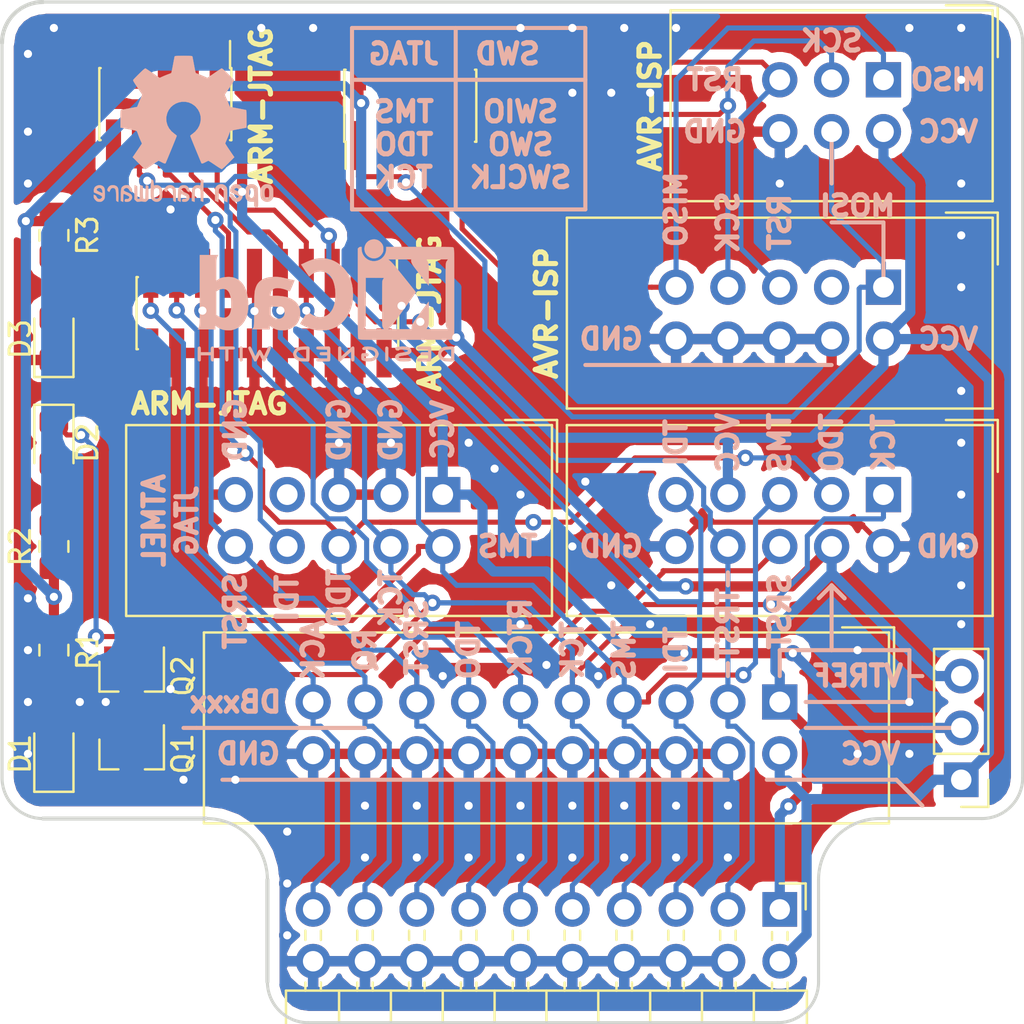
<source format=kicad_pcb>
(kicad_pcb (version 20171130) (host pcbnew 5.0.1-33cea8e~68~ubuntu18.10.1)
  (layers (0 F.Cu mixed hide) (31 B.Cu mixed hide) (34 B.Paste user) (35 F.Paste user) (36 B.SilkS user) (37 F.SilkS user hide) (38 B.Mask user) (39 F.Mask user) (44 Edge.Cuts user))
  (net 0 "")
  (net 1 VCC)
  (net 2 "Net-(D1-Pad2)")
  (net 3 "Net-(D2-Pad2)")
  (net 4 "Net-(D3-Pad2)")
  (net 5 /TCK-SWDCLK)
  (net 6 GND)
  (net 7 "Net-(D1-Pad1)")
  (net 8 "Net-(D2-Pad1)")
  (net 9 /TMS-SWDIO)
  (net 10 /VTREF)
  (net 11 /TRST)
  (net 12 /TDI)
  (net 13 /RTCK)
  (net 14 /TDO-SWO)
  (net 15 /SRST)
  (net 16 /DBGRQ)
  (net 17 /DBGACK)
  (net 18 "Net-(J1-Pad7)")
  (net 19 /VCC_SELECT)
  (net 20 "Net-(J3-Pad7)")
  (net 21 /MOSI)
  (net 22 "Net-(J9-Pad3)")
  (net 23 /RST)
  (net 24 /SCK)
  (net 25 /MISO)
  (net 26 "Net-(J8-Pad3)")
  (module Connector_PinHeader_2.54mm:PinHeader_1x03_P2.54mm_Vertical (layer F.Cu) (at 161.29 101.6 180)
    (fp_text reference JP1 hide)
    (fp_text value Jumper_3_Bridged12)
    (pad 1 thru_hole rect (at 0 0 180) (size 1.7 1.7) (drill 1) (layers *.Cu *.Mask) (net 1 VCC))
    (pad 2 thru_hole oval (at 0 2.54 180) (size 1.7 1.7) (drill 1) (layers *.Cu *.Mask) (net 19 /VCC_SELECT))
    (pad 3 thru_hole oval (at 0 5.08 180) (size 1.7 1.7) (drill 1) (layers *.Cu *.Mask) (net 10 /VTREF))
  )
  (module Connector_IDC:IDC-Header_2x03_P2.54mm_Vertical (layer F.Cu) (at 157.48 67.31 270)
    (fp_text reference J7 hide)
    (fp_text value AVR-ISP-6)
    (pad 1 thru_hole rect (at 0 0 270) (size 1.7272 1.7272) (drill 1.016) (layers *.Cu *.Mask) (net 25 /MISO))
    (pad 2 thru_hole oval (at 2.54 0 270) (size 1.7272 1.7272) (drill 1.016) (layers *.Cu *.Mask) (net 1 VCC))
    (pad 3 thru_hole oval (at 0 2.54 270) (size 1.7272 1.7272) (drill 1.016) (layers *.Cu *.Mask) (net 24 /SCK))
    (pad 4 thru_hole oval (at 2.54 2.54 270) (size 1.7272 1.7272) (drill 1.016) (layers *.Cu *.Mask) (net 21 /MOSI))
    (pad 5 thru_hole oval (at 0 5.08 270) (size 1.7272 1.7272) (drill 1.016) (layers *.Cu *.Mask) (net 23 /RST))
    (pad 6 thru_hole oval (at 2.54 5.08 270) (size 1.7272 1.7272) (drill 1.016) (layers *.Cu *.Mask) (net 6 GND))
  )
  (module Connector_IDC:IDC-Header_2x05_P2.54mm_Vertical (layer F.Cu) (at 157.48 77.47 270)
    (fp_text reference J8 hide)
    (fp_text value AVR-ISP-10)
    (pad 1 thru_hole rect (at 0 0 270) (size 1.7272 1.7272) (drill 1.016) (layers *.Cu *.Mask) (net 21 /MOSI))
    (pad 2 thru_hole oval (at 2.54 0 270) (size 1.7272 1.7272) (drill 1.016) (layers *.Cu *.Mask) (net 1 VCC))
    (pad 3 thru_hole oval (at 0 2.54 270) (size 1.7272 1.7272) (drill 1.016) (layers *.Cu *.Mask) (net 26 "Net-(J8-Pad3)"))
    (pad 4 thru_hole oval (at 2.54 2.54 270) (size 1.7272 1.7272) (drill 1.016) (layers *.Cu *.Mask) (net 6 GND))
    (pad 5 thru_hole oval (at 0 5.08 270) (size 1.7272 1.7272) (drill 1.016) (layers *.Cu *.Mask) (net 23 /RST))
    (pad 6 thru_hole oval (at 2.54 5.08 270) (size 1.7272 1.7272) (drill 1.016) (layers *.Cu *.Mask) (net 6 GND))
    (pad 7 thru_hole oval (at 0 7.62 270) (size 1.7272 1.7272) (drill 1.016) (layers *.Cu *.Mask) (net 24 /SCK))
    (pad 8 thru_hole oval (at 2.54 7.62 270) (size 1.7272 1.7272) (drill 1.016) (layers *.Cu *.Mask) (net 6 GND))
    (pad 9 thru_hole oval (at 0 10.16 270) (size 1.7272 1.7272) (drill 1.016) (layers *.Cu *.Mask) (net 25 /MISO))
    (pad 10 thru_hole oval (at 2.54 10.16 270) (size 1.7272 1.7272) (drill 1.016) (layers *.Cu *.Mask) (net 6 GND))
  )
  (module Connector_PinHeader_1.27mm:PinHeader_2x05_P1.27mm_Vertical_SMD (layer F.Cu) (at 134.3 68.58 90)
    (fp_text reference J9 hide)
    (fp_text value AVR-ISP-10)
    (pad 1 smd rect (at -1.95 -2.54 90) (size 2.4 0.74) (layers F.Cu F.Paste F.Mask) (net 21 /MOSI))
    (pad 2 smd rect (at 1.95 -2.54 90) (size 2.4 0.74) (layers F.Cu F.Paste F.Mask) (net 1 VCC))
    (pad 3 smd rect (at -1.95 -1.27 90) (size 2.4 0.74) (layers F.Cu F.Paste F.Mask) (net 22 "Net-(J9-Pad3)"))
    (pad 4 smd rect (at 1.95 -1.27 90) (size 2.4 0.74) (layers F.Cu F.Paste F.Mask) (net 6 GND))
    (pad 5 smd rect (at -1.95 0 90) (size 2.4 0.74) (layers F.Cu F.Paste F.Mask) (net 23 /RST))
    (pad 6 smd rect (at 1.95 0 90) (size 2.4 0.74) (layers F.Cu F.Paste F.Mask) (net 6 GND))
    (pad 7 smd rect (at -1.95 1.27 90) (size 2.4 0.74) (layers F.Cu F.Paste F.Mask) (net 24 /SCK))
    (pad 8 smd rect (at 1.95 1.27 90) (size 2.4 0.74) (layers F.Cu F.Paste F.Mask) (net 6 GND))
    (pad 9 smd rect (at -1.95 2.54 90) (size 2.4 0.74) (layers F.Cu F.Paste F.Mask) (net 25 /MISO))
    (pad 10 smd rect (at 1.95 2.54 90) (size 2.4 0.74) (layers F.Cu F.Paste F.Mask) (net 6 GND))
  )
  (module Connector_IDC:IDC-Header_2x05_P2.54mm_Vertical (layer F.Cu) (at 157.48 87.63 270)
    (fp_text reference J6 hide)
    (fp_text value AVR-JTAG-10)
    (pad 10 thru_hole oval (at 2.54 10.16 270) (size 1.7272 1.7272) (drill 1.016) (layers *.Cu *.Mask) (net 6 GND))
    (pad 9 thru_hole oval (at 0 10.16 270) (size 1.7272 1.7272) (drill 1.016) (layers *.Cu *.Mask) (net 12 /TDI))
    (pad 8 thru_hole oval (at 2.54 7.62 270) (size 1.7272 1.7272) (drill 1.016) (layers *.Cu *.Mask) (net 11 /TRST))
    (pad 7 thru_hole oval (at 0 7.62 270) (size 1.7272 1.7272) (drill 1.016) (layers *.Cu *.Mask) (net 1 VCC))
    (pad 6 thru_hole oval (at 2.54 5.08 270) (size 1.7272 1.7272) (drill 1.016) (layers *.Cu *.Mask) (net 15 /SRST))
    (pad 5 thru_hole oval (at 0 5.08 270) (size 1.7272 1.7272) (drill 1.016) (layers *.Cu *.Mask) (net 9 /TMS-SWDIO))
    (pad 4 thru_hole oval (at 2.54 2.54 270) (size 1.7272 1.7272) (drill 1.016) (layers *.Cu *.Mask) (net 10 /VTREF))
    (pad 3 thru_hole oval (at 0 2.54 270) (size 1.7272 1.7272) (drill 1.016) (layers *.Cu *.Mask) (net 14 /TDO-SWO))
    (pad 2 thru_hole oval (at 2.54 0 270) (size 1.7272 1.7272) (drill 1.016) (layers *.Cu *.Mask) (net 6 GND))
    (pad 1 thru_hole rect (at 0 0 270) (size 1.7272 1.7272) (drill 1.016) (layers *.Cu *.Mask) (net 5 /TCK-SWDCLK))
  )
  (module Connector_IDC:IDC-Header_2x05_P2.54mm_Vertical (layer F.Cu) (at 135.89 87.63 270)
    (fp_text reference J3 hide)
    (fp_text value Conn_ARM_JTAG_SWD_10)
    (pad 1 thru_hole rect (at 0 0 270) (size 1.7272 1.7272) (drill 1.016) (layers *.Cu *.Mask) (net 19 /VCC_SELECT))
    (pad 2 thru_hole oval (at 2.54 0 270) (size 1.7272 1.7272) (drill 1.016) (layers *.Cu *.Mask) (net 9 /TMS-SWDIO))
    (pad 3 thru_hole oval (at 0 2.54 270) (size 1.7272 1.7272) (drill 1.016) (layers *.Cu *.Mask) (net 6 GND))
    (pad 4 thru_hole oval (at 2.54 2.54 270) (size 1.7272 1.7272) (drill 1.016) (layers *.Cu *.Mask) (net 5 /TCK-SWDCLK))
    (pad 5 thru_hole oval (at 0 5.08 270) (size 1.7272 1.7272) (drill 1.016) (layers *.Cu *.Mask) (net 6 GND))
    (pad 6 thru_hole oval (at 2.54 5.08 270) (size 1.7272 1.7272) (drill 1.016) (layers *.Cu *.Mask) (net 14 /TDO-SWO))
    (pad 7 thru_hole oval (at 0 7.62 270) (size 1.7272 1.7272) (drill 1.016) (layers *.Cu *.Mask) (net 20 "Net-(J3-Pad7)"))
    (pad 8 thru_hole oval (at 2.54 7.62 270) (size 1.7272 1.7272) (drill 1.016) (layers *.Cu *.Mask) (net 12 /TDI))
    (pad 9 thru_hole oval (at 0 10.16 270) (size 1.7272 1.7272) (drill 1.016) (layers *.Cu *.Mask) (net 6 GND))
    (pad 10 thru_hole oval (at 2.54 10.16 270) (size 1.7272 1.7272) (drill 1.016) (layers *.Cu *.Mask) (net 15 /SRST))
  )
  (module Connector_IDC:IDC-Header_2x10_P2.54mm_Vertical (layer F.Cu) (at 152.4 97.79 270)
    (fp_text reference J5 hide)
    (fp_text value Conn_ARM_JTAG_SWD_20)
    (pad 1 thru_hole rect (at 0 0 270) (size 1.7272 1.7272) (drill 1.016) (layers *.Cu *.Mask) (net 10 /VTREF))
    (pad 2 thru_hole oval (at 2.54 0 270) (size 1.7272 1.7272) (drill 1.016) (layers *.Cu *.Mask) (net 1 VCC))
    (pad 3 thru_hole oval (at 0 2.54 270) (size 1.7272 1.7272) (drill 1.016) (layers *.Cu *.Mask) (net 11 /TRST))
    (pad 4 thru_hole oval (at 2.54 2.54 270) (size 1.7272 1.7272) (drill 1.016) (layers *.Cu *.Mask) (net 6 GND))
    (pad 5 thru_hole oval (at 0 5.08 270) (size 1.7272 1.7272) (drill 1.016) (layers *.Cu *.Mask) (net 12 /TDI))
    (pad 6 thru_hole oval (at 2.54 5.08 270) (size 1.7272 1.7272) (drill 1.016) (layers *.Cu *.Mask) (net 6 GND))
    (pad 7 thru_hole oval (at 0 7.62 270) (size 1.7272 1.7272) (drill 1.016) (layers *.Cu *.Mask) (net 9 /TMS-SWDIO))
    (pad 8 thru_hole oval (at 2.54 7.62 270) (size 1.7272 1.7272) (drill 1.016) (layers *.Cu *.Mask) (net 6 GND))
    (pad 9 thru_hole oval (at 0 10.16 270) (size 1.7272 1.7272) (drill 1.016) (layers *.Cu *.Mask) (net 5 /TCK-SWDCLK))
    (pad 10 thru_hole oval (at 2.54 10.16 270) (size 1.7272 1.7272) (drill 1.016) (layers *.Cu *.Mask) (net 6 GND))
    (pad 11 thru_hole oval (at 0 12.7 270) (size 1.7272 1.7272) (drill 1.016) (layers *.Cu *.Mask) (net 13 /RTCK))
    (pad 12 thru_hole oval (at 2.54 12.7 270) (size 1.7272 1.7272) (drill 1.016) (layers *.Cu *.Mask) (net 6 GND))
    (pad 13 thru_hole oval (at 0 15.24 270) (size 1.7272 1.7272) (drill 1.016) (layers *.Cu *.Mask) (net 14 /TDO-SWO))
    (pad 14 thru_hole oval (at 2.54 15.24 270) (size 1.7272 1.7272) (drill 1.016) (layers *.Cu *.Mask) (net 6 GND))
    (pad 15 thru_hole oval (at 0 17.78 270) (size 1.7272 1.7272) (drill 1.016) (layers *.Cu *.Mask) (net 15 /SRST))
    (pad 16 thru_hole oval (at 2.54 17.78 270) (size 1.7272 1.7272) (drill 1.016) (layers *.Cu *.Mask) (net 6 GND))
    (pad 17 thru_hole oval (at 0 20.32 270) (size 1.7272 1.7272) (drill 1.016) (layers *.Cu *.Mask) (net 16 /DBGRQ))
    (pad 18 thru_hole oval (at 2.54 20.32 270) (size 1.7272 1.7272) (drill 1.016) (layers *.Cu *.Mask) (net 6 GND))
    (pad 19 thru_hole oval (at 0 22.86 270) (size 1.7272 1.7272) (drill 1.016) (layers *.Cu *.Mask) (net 17 /DBGACK))
    (pad 20 thru_hole oval (at 2.54 22.86 270) (size 1.7272 1.7272) (drill 1.016) (layers *.Cu *.Mask) (net 6 GND))
  )
  (module Connector_PinHeader_1.27mm:PinHeader_2x10_P1.27mm_Vertical_SMD (layer F.Cu) (at 127.3 78.74 270)
    (fp_text reference J4 hide)
    (fp_text value Conn_ARM_JTAG_SWD_20)
    (pad 1 smd rect (at -1.95 -5.715 270) (size 2.4 0.74) (layers F.Cu F.Paste F.Mask) (net 10 /VTREF))
    (pad 2 smd rect (at 1.95 -5.715 270) (size 2.4 0.74) (layers F.Cu F.Paste F.Mask) (net 1 VCC))
    (pad 3 smd rect (at -1.95 -4.445 270) (size 2.4 0.74) (layers F.Cu F.Paste F.Mask) (net 11 /TRST))
    (pad 4 smd rect (at 1.95 -4.445 270) (size 2.4 0.74) (layers F.Cu F.Paste F.Mask) (net 6 GND))
    (pad 5 smd rect (at -1.95 -3.175 270) (size 2.4 0.74) (layers F.Cu F.Paste F.Mask) (net 12 /TDI))
    (pad 6 smd rect (at 1.95 -3.175 270) (size 2.4 0.74) (layers F.Cu F.Paste F.Mask) (net 6 GND))
    (pad 7 smd rect (at -1.95 -1.905 270) (size 2.4 0.74) (layers F.Cu F.Paste F.Mask) (net 9 /TMS-SWDIO))
    (pad 8 smd rect (at 1.95 -1.905 270) (size 2.4 0.74) (layers F.Cu F.Paste F.Mask) (net 6 GND))
    (pad 9 smd rect (at -1.95 -0.635 270) (size 2.4 0.74) (layers F.Cu F.Paste F.Mask) (net 5 /TCK-SWDCLK))
    (pad 10 smd rect (at 1.95 -0.635 270) (size 2.4 0.74) (layers F.Cu F.Paste F.Mask) (net 6 GND))
    (pad 11 smd rect (at -1.95 0.635 270) (size 2.4 0.74) (layers F.Cu F.Paste F.Mask) (net 13 /RTCK))
    (pad 12 smd rect (at 1.95 0.635 270) (size 2.4 0.74) (layers F.Cu F.Paste F.Mask) (net 6 GND))
    (pad 13 smd rect (at -1.95 1.905 270) (size 2.4 0.74) (layers F.Cu F.Paste F.Mask) (net 14 /TDO-SWO))
    (pad 14 smd rect (at 1.95 1.905 270) (size 2.4 0.74) (layers F.Cu F.Paste F.Mask) (net 6 GND))
    (pad 15 smd rect (at -1.95 3.175 270) (size 2.4 0.74) (layers F.Cu F.Paste F.Mask) (net 15 /SRST))
    (pad 16 smd rect (at 1.95 3.175 270) (size 2.4 0.74) (layers F.Cu F.Paste F.Mask) (net 6 GND))
    (pad 17 smd rect (at -1.95 4.445 270) (size 2.4 0.74) (layers F.Cu F.Paste F.Mask) (net 16 /DBGRQ))
    (pad 18 smd rect (at 1.95 4.445 270) (size 2.4 0.74) (layers F.Cu F.Paste F.Mask) (net 6 GND))
    (pad 19 smd rect (at -1.95 5.715 270) (size 2.4 0.74) (layers F.Cu F.Paste F.Mask) (net 17 /DBGACK))
    (pad 20 smd rect (at 1.95 5.715 270) (size 2.4 0.74) (layers F.Cu F.Paste F.Mask) (net 6 GND))
  )
  (module Connector_PinHeader_2.54mm:PinHeader_2x10_P2.54mm_Horizontal (layer F.Cu) (at 152.4 107.95 270)
    (fp_text reference J2 hide)
    (fp_text value Conn_ARM_JTAG_SWD_20)
    (pad 1 thru_hole rect (at 0 0 270) (size 1.7 1.7) (drill 1) (layers *.Cu *.Mask) (net 10 /VTREF))
    (pad 2 thru_hole oval (at 2.54 0 270) (size 1.7 1.7) (drill 1) (layers *.Cu *.Mask) (net 1 VCC))
    (pad 3 thru_hole oval (at 0 2.54 270) (size 1.7 1.7) (drill 1) (layers *.Cu *.Mask) (net 11 /TRST))
    (pad 4 thru_hole oval (at 2.54 2.54 270) (size 1.7 1.7) (drill 1) (layers *.Cu *.Mask) (net 6 GND))
    (pad 5 thru_hole oval (at 0 5.08 270) (size 1.7 1.7) (drill 1) (layers *.Cu *.Mask) (net 12 /TDI))
    (pad 6 thru_hole oval (at 2.54 5.08 270) (size 1.7 1.7) (drill 1) (layers *.Cu *.Mask) (net 6 GND))
    (pad 7 thru_hole oval (at 0 7.62 270) (size 1.7 1.7) (drill 1) (layers *.Cu *.Mask) (net 9 /TMS-SWDIO))
    (pad 8 thru_hole oval (at 2.54 7.62 270) (size 1.7 1.7) (drill 1) (layers *.Cu *.Mask) (net 6 GND))
    (pad 9 thru_hole oval (at 0 10.16 270) (size 1.7 1.7) (drill 1) (layers *.Cu *.Mask) (net 5 /TCK-SWDCLK))
    (pad 10 thru_hole oval (at 2.54 10.16 270) (size 1.7 1.7) (drill 1) (layers *.Cu *.Mask) (net 6 GND))
    (pad 11 thru_hole oval (at 0 12.7 270) (size 1.7 1.7) (drill 1) (layers *.Cu *.Mask) (net 13 /RTCK))
    (pad 12 thru_hole oval (at 2.54 12.7 270) (size 1.7 1.7) (drill 1) (layers *.Cu *.Mask) (net 6 GND))
    (pad 13 thru_hole oval (at 0 15.24 270) (size 1.7 1.7) (drill 1) (layers *.Cu *.Mask) (net 14 /TDO-SWO))
    (pad 14 thru_hole oval (at 2.54 15.24 270) (size 1.7 1.7) (drill 1) (layers *.Cu *.Mask) (net 6 GND))
    (pad 15 thru_hole oval (at 0 17.78 270) (size 1.7 1.7) (drill 1) (layers *.Cu *.Mask) (net 15 /SRST))
    (pad 16 thru_hole oval (at 2.54 17.78 270) (size 1.7 1.7) (drill 1) (layers *.Cu *.Mask) (net 6 GND))
    (pad 17 thru_hole oval (at 0 20.32 270) (size 1.7 1.7) (drill 1) (layers *.Cu *.Mask) (net 16 /DBGRQ))
    (pad 18 thru_hole oval (at 2.54 20.32 270) (size 1.7 1.7) (drill 1) (layers *.Cu *.Mask) (net 6 GND))
    (pad 19 thru_hole oval (at 0 22.86 270) (size 1.7 1.7) (drill 1) (layers *.Cu *.Mask) (net 17 /DBGACK))
    (pad 20 thru_hole oval (at 2.54 22.86 270) (size 1.7 1.7) (drill 1) (layers *.Cu *.Mask) (net 6 GND))
  )
  (module Connector_PinHeader_1.27mm:PinHeader_2x05_P1.27mm_Vertical_SMD (layer F.Cu) (at 122.3 68.5 270)
    (fp_text reference J1 hide)
    (fp_text value Conn_ARM_JTAG_SWD_10)
    (pad 1 smd rect (at -1.95 -2.54 270) (size 2.4 0.74) (layers F.Cu F.Paste F.Mask) (net 19 /VCC_SELECT))
    (pad 2 smd rect (at 1.95 -2.54 270) (size 2.4 0.74) (layers F.Cu F.Paste F.Mask) (net 9 /TMS-SWDIO))
    (pad 3 smd rect (at -1.95 -1.27 270) (size 2.4 0.74) (layers F.Cu F.Paste F.Mask) (net 6 GND))
    (pad 4 smd rect (at 1.95 -1.27 270) (size 2.4 0.74) (layers F.Cu F.Paste F.Mask) (net 5 /TCK-SWDCLK))
    (pad 5 smd rect (at -1.95 0 270) (size 2.4 0.74) (layers F.Cu F.Paste F.Mask) (net 6 GND))
    (pad 6 smd rect (at 1.95 0 270) (size 2.4 0.74) (layers F.Cu F.Paste F.Mask) (net 14 /TDO-SWO))
    (pad 7 smd rect (at -1.95 1.27 270) (size 2.4 0.74) (layers F.Cu F.Paste F.Mask) (net 18 "Net-(J1-Pad7)"))
    (pad 8 smd rect (at 1.95 1.27 270) (size 2.4 0.74) (layers F.Cu F.Paste F.Mask) (net 12 /TDI))
    (pad 9 smd rect (at -1.95 2.54 270) (size 2.4 0.74) (layers F.Cu F.Paste F.Mask) (net 6 GND))
    (pad 10 smd rect (at 1.95 2.54 270) (size 2.4 0.74) (layers F.Cu F.Paste F.Mask) (net 15 /SRST))
  )
  (module LED_SMD:LED_0805_2012Metric_Pad1.15x1.40mm_HandSolder (layer F.Cu) (at 116.84 80.01 90)
    (fp_text reference D3 (at 0 -1.65 90) (layer F.SilkS))
    (fp_text value LED)
    (pad 1 smd roundrect (at -1.025 0 90) (size 1.15 1.4) (layers F.Cu F.Paste F.Mask) (roundrect_rratio 0.217391) (net 6 GND))
    (pad 2 smd roundrect (at 1.025 0 90) (size 1.15 1.4) (layers F.Cu F.Paste F.Mask) (roundrect_rratio 0.217391) (net 4 "Net-(D3-Pad2)"))
  )
  (module LED_SMD:LED_0805_2012Metric_Pad1.15x1.40mm_HandSolder (layer F.Cu) (at 116.84 85.09 270)
    (fp_text reference D2 (at 0 -1.65 270) (layer F.SilkS))
    (fp_text value LED)
    (pad 2 smd roundrect (at 1.025 0 270) (size 1.15 1.4) (layers F.Cu F.Paste F.Mask) (roundrect_rratio 0.217391) (net 3 "Net-(D2-Pad2)"))
    (pad 1 smd roundrect (at -1.025 0 270) (size 1.15 1.4) (layers F.Cu F.Paste F.Mask) (roundrect_rratio 0.217391) (net 8 "Net-(D2-Pad1)"))
  )
  (module LED_SMD:LED_0805_2012Metric_Pad1.15x1.40mm_HandSolder (layer F.Cu) (at 116.84 100.33 90)
    (fp_text reference D1 (at 0 -1.65 90) (layer F.SilkS))
    (fp_text value LED)
    (pad 1 smd roundrect (at -1.025 0 90) (size 1.15 1.4) (layers F.Cu F.Paste F.Mask) (roundrect_rratio 0.217391) (net 7 "Net-(D1-Pad1)"))
    (pad 2 smd roundrect (at 1.025 0 90) (size 1.15 1.4) (layers F.Cu F.Paste F.Mask) (roundrect_rratio 0.217391) (net 2 "Net-(D1-Pad2)"))
  )
  (module Package_TO_SOT_SMD:SOT-23 (layer F.Cu) (at 120.65 96.52 270)
    (fp_text reference Q2 (at 0 -2.5 270) (layer F.SilkS))
    (fp_text value BSS138)
    (pad 3 smd rect (at 1 0 270) (size 0.9 0.8) (layers F.Cu F.Paste F.Mask) (net 8 "Net-(D2-Pad1)"))
    (pad 2 smd rect (at -1 0.95 270) (size 0.9 0.8) (layers F.Cu F.Paste F.Mask) (net 6 GND))
    (pad 1 smd rect (at -1 -0.95 270) (size 0.9 0.8) (layers F.Cu F.Paste F.Mask) (net 9 /TMS-SWDIO))
  )
  (module Package_TO_SOT_SMD:SOT-23 (layer F.Cu) (at 120.65 100.33 270)
    (fp_text reference Q1 (at 0 -2.5 270) (layer F.SilkS))
    (fp_text value BSS138)
    (pad 1 smd rect (at -1 -0.95 270) (size 0.9 0.8) (layers F.Cu F.Paste F.Mask) (net 5 /TCK-SWDCLK))
    (pad 2 smd rect (at -1 0.95 270) (size 0.9 0.8) (layers F.Cu F.Paste F.Mask) (net 6 GND))
    (pad 3 smd rect (at 1 0 270) (size 0.9 0.8) (layers F.Cu F.Paste F.Mask) (net 7 "Net-(D1-Pad1)"))
  )
  (module Resistor_SMD:R_0805_2012Metric_Pad1.15x1.40mm_HandSolder (layer F.Cu) (at 116.84 74.93 270)
    (fp_text reference R3 (at 0 -1.65 270) (layer F.SilkS))
    (fp_text value 330)
    (pad 1 smd roundrect (at -1.025 0 270) (size 1.15 1.4) (layers F.Cu F.Paste F.Mask) (roundrect_rratio 0.217391) (net 1 VCC))
    (pad 2 smd roundrect (at 1.025 0 270) (size 1.15 1.4) (layers F.Cu F.Paste F.Mask) (roundrect_rratio 0.217391) (net 4 "Net-(D3-Pad2)"))
  )
  (module Resistor_SMD:R_0805_2012Metric_Pad1.15x1.40mm_HandSolder (layer F.Cu) (at 116.84 90.17 90)
    (fp_text reference R2 (at 0 -1.65 90) (layer F.SilkS))
    (fp_text value 330)
    (pad 2 smd roundrect (at 1.025 0 90) (size 1.15 1.4) (layers F.Cu F.Paste F.Mask) (roundrect_rratio 0.217391) (net 3 "Net-(D2-Pad2)"))
    (pad 1 smd roundrect (at -1.025 0 90) (size 1.15 1.4) (layers F.Cu F.Paste F.Mask) (roundrect_rratio 0.217391) (net 1 VCC))
  )
  (module Resistor_SMD:R_0805_2012Metric_Pad1.15x1.40mm_HandSolder (layer F.Cu) (at 116.84 95.25 270)
    (fp_text reference R1 (at 0 -1.65 270) (layer F.SilkS))
    (fp_text value 330)
    (pad 1 smd roundrect (at -1.025 0 270) (size 1.15 1.4) (layers F.Cu F.Paste F.Mask) (roundrect_rratio 0.217391) (net 1 VCC))
    (pad 2 smd roundrect (at 1.025 0 270) (size 1.15 1.4) (layers F.Cu F.Paste F.Mask) (roundrect_rratio 0.217391) (net 2 "Net-(D1-Pad2)"))
  )
  (module Symbol:KiCad-Logo2_6mm_SilkScreen (layer B.Cu) (at 130.175 78.105 180)
    (fp_text reference REF** hide)
    (fp_text value KiCad-Logo2_6mm_SilkScreen hide)
  )
  (module Symbol:OSHW-Logo2_9.8x8mm_SilkScreen (layer B.Cu) (at 123.19 69.85 180)
    (fp_text reference REF** hide)
    (fp_text value OSHW-Logo2_9.8x8mm_SilkScreen hide)
  )
  (gr_line (start 142.875 64.77) (end 141.605 64.77) (layer B.SilkS) (width 0.2))
  (gr_line (start 142.875 73.66) (end 142.875 64.77) (layer B.SilkS) (width 0.2))
  (gr_line (start 131.445 73.66) (end 142.875 73.66) (layer B.SilkS) (width 0.2))
  (gr_line (start 131.445 64.77) (end 131.445 73.66) (layer B.SilkS) (width 0.2))
  (gr_line (start 141.605 64.77) (end 131.445 64.77) (layer B.SilkS) (width 0.2))
  (gr_line (start 136.525 64.77) (end 136.525 73.66) (layer B.SilkS) (width 0.2))
  (gr_line (start 142.875 67.31) (end 131.445 67.31) (layer B.SilkS) (width 0.2))
  (gr_text "TMS\nTDO\nTCK" (at 133.985 70.485) (layer B.SilkS) (effects (font (size 1 1) (thickness 0.25)) (justify mirror)))
  (gr_text JTAG (at 133.985 66.04) (layer B.SilkS) (effects (font (size 1 1) (thickness 0.25)) (justify mirror)))
  (gr_text SWD (at 139.065 66.04) (layer B.SilkS) (effects (font (size 1 1) (thickness 0.25)) (justify mirror)))
  (gr_text "SWIO\nSWO\nSWCLK" (at 139.7 70.485) (layer B.SilkS) (effects (font (size 1 1) (thickness 0.25)) (justify mirror)))
  (gr_text "ATMEL\nJTAG" (at 122.555 88.9 90) (layer B.SilkS) (effects (font (size 1 1) (thickness 0.25)) (justify mirror)))
  (gr_text ARM-JTAG (at 124.46 83.185) (layer F.SilkS) (effects (font (size 1 1) (thickness 0.25))))
  (gr_text ARM-JTAG (at 135.255 78.74 90) (layer F.SilkS) (effects (font (size 1 1) (thickness 0.25))))
  (gr_text AVR-ISP (at 140.97 78.74 90) (layer F.SilkS) (effects (font (size 1 1) (thickness 0.25))))
  (gr_text AVR-ISP (at 146.05 68.58 90) (layer F.SilkS) (effects (font (size 1 1) (thickness 0.25))))
  (gr_text ARM-JTAG (at 127 68.58 90) (layer F.SilkS) (effects (font (size 1 1) (thickness 0.25))))
  (gr_text VCC (at 160.655 69.85) (layer B.SilkS) (effects (font (size 1 1) (thickness 0.25)) (justify mirror)))
  (gr_text GND (at 149.225 69.85) (layer B.SilkS) (effects (font (size 1 1) (thickness 0.25)) (justify mirror)))
  (gr_line (start 154.94 72.39) (end 154.94 69.85) (layer B.SilkS) (width 0.2))
  (gr_line (start 157.48 74.295) (end 154.94 74.295) (layer B.SilkS) (width 0.2))
  (gr_line (start 157.48 77.47) (end 157.48 74.295) (layer B.SilkS) (width 0.2))
  (gr_text RST (at 149.225 67.31) (layer B.SilkS) (effects (font (size 1 1) (thickness 0.25)) (justify mirror)))
  (gr_text MISO (at 160.655 67.31) (layer B.SilkS) (effects (font (size 1 1) (thickness 0.25)) (justify mirror)))
  (gr_text SCK (at 154.94 65.405) (layer B.SilkS) (effects (font (size 1 1) (thickness 0.25)) (justify mirror)))
  (gr_text GND (at 160.655 90.17) (layer B.SilkS) (effects (font (size 1 1) (thickness 0.25)) (justify mirror)))
  (gr_text GND (at 144.145 90.17) (layer B.SilkS) (effects (font (size 1 1) (thickness 0.25)) (justify mirror)))
  (gr_line (start 123.825 99.06) (end 123.19 99.06) (layer B.SilkS) (width 0.2))
  (gr_line (start 132.08 99.06) (end 123.825 99.06) (layer B.SilkS) (width 0.2))
  (gr_line (start 154.94 92.075) (end 154.305 92.71) (layer B.SilkS) (width 0.2))
  (gr_line (start 155.575 92.71) (end 154.94 92.075) (layer B.SilkS) (width 0.2))
  (gr_line (start 154.94 92.075) (end 155.575 92.71) (layer B.SilkS) (width 0.2))
  (gr_line (start 152.4 95.25) (end 154.94 95.25) (layer B.SilkS) (width 0.2))
  (gr_line (start 152.4 96.52) (end 152.4 95.25) (layer B.SilkS) (width 0.2))
  (gr_line (start 158.75 97.79) (end 153.67 97.79) (layer B.SilkS) (width 0.2))
  (gr_line (start 158.75 96.52) (end 158.75 97.79) (layer B.SilkS) (width 0.2))
  (gr_line (start 158.75 95.25) (end 158.75 96.52) (layer B.SilkS) (width 0.2))
  (gr_line (start 154.94 95.25) (end 158.75 95.25) (layer B.SilkS) (width 0.2))
  (gr_line (start 154.94 92.075) (end 154.94 95.25) (layer B.SilkS) (width 0.2))
  (gr_line (start 159.385 96.52) (end 158.75 96.52) (layer B.SilkS) (width 0.2))
  (gr_line (start 149.86 95.885) (end 149.86 96.52) (layer B.SilkS) (width 0.2))
  (gr_line (start 149.86 91.44) (end 149.86 92.075) (layer B.SilkS) (width 0.2))
  (gr_text TDI (at 147.32 95.25 90) (layer B.SilkS) (effects (font (size 1 1) (thickness 0.25)) (justify mirror)))
  (gr_text TMS (at 144.78 95.25 90) (layer B.SilkS) (effects (font (size 1 1) (thickness 0.25)) (justify mirror)))
  (gr_text TCK (at 142.24 95.25 90) (layer B.SilkS) (effects (font (size 1 1) (thickness 0.25)) (justify mirror)))
  (gr_text RTCK (at 139.7 94.615 90) (layer B.SilkS) (effects (font (size 1 1) (thickness 0.25)) (justify mirror)))
  (gr_text TDO (at 137.16 95.25 90) (layer B.SilkS) (effects (font (size 1 1) (thickness 0.25)) (justify mirror)))
  (gr_text SRST (at 134.62 94.615 90) (layer B.SilkS) (effects (font (size 1 1) (thickness 0.25)) (justify mirror)))
  (gr_text ACK (at 129.54 95.25 90) (layer B.SilkS) (effects (font (size 1 1) (thickness 0.25)) (justify mirror)))
  (gr_text RQ (at 132.08 95.25 90) (layer B.SilkS) (effects (font (size 1 1) (thickness 0.25)) (justify mirror)))
  (gr_text DBxxx (at 125.73 97.79) (layer B.SilkS) (effects (font (size 1 1) (thickness 0.25)) (justify mirror)))
  (gr_text GND (at 130.81 84.455 90) (layer B.SilkS) (effects (font (size 1 1) (thickness 0.25)) (justify mirror)))
  (gr_text GND (at 125.73 84.455 90) (layer B.SilkS) (effects (font (size 1 1) (thickness 0.25)) (justify mirror)))
  (gr_text TMS (at 139.065 90.17) (layer B.SilkS) (effects (font (size 1 1) (thickness 0.25)) (justify mirror)))
  (gr_text TCK (at 133.35 92.71 90) (layer B.SilkS) (effects (font (size 1 1) (thickness 0.25)) (justify mirror)))
  (gr_text TDO (at 130.81 92.71 90) (layer B.SilkS) (effects (font (size 1 1) (thickness 0.25)) (justify mirror)))
  (gr_text SRST (at 125.73 93.345 90) (layer B.SilkS) (effects (font (size 1 1) (thickness 0.25)) (justify mirror)))
  (gr_text TDI (at 128.27 92.71 90) (layer B.SilkS) (effects (font (size 1 1) (thickness 0.25)) (justify mirror)))
  (gr_text GND (at 133.35 84.455 90) (layer B.SilkS) (effects (font (size 1 1) (thickness 0.25)) (justify mirror)))
  (gr_text VCC (at 135.89 84.455 90) (layer B.SilkS) (effects (font (size 1 1) (thickness 0.25)) (justify mirror)))
  (gr_line (start 159.385 99.06) (end 161.29 99.06) (layer B.SilkS) (width 0.2))
  (gr_line (start 153.67 99.06) (end 159.385 99.06) (layer B.SilkS) (width 0.2))
  (gr_line (start 158.115 101.6) (end 159.385 102.87) (layer B.SilkS) (width 0.2))
  (gr_line (start 151.765 101.6) (end 158.115 101.6) (layer B.SilkS) (width 0.2))
  (gr_text VTREF (at 156.21 96.52) (layer B.SilkS) (effects (font (size 1 1) (thickness 0.25)) (justify mirror)))
  (gr_text VCC (at 156.845 100.33) (layer B.SilkS) (effects (font (size 1 1) (thickness 0.25)) (justify mirror)))
  (gr_line (start 149.86 101.6) (end 125.095 101.6) (layer B.SilkS) (width 0.2))
  (gr_text GND (at 126.365 100.33) (layer B.SilkS) (effects (font (size 1 1) (thickness 0.25)) (justify mirror)))
  (gr_text TMS (at 152.4 85.09 90) (layer B.SilkS) (effects (font (size 1 1) (thickness 0.25)) (justify mirror)))
  (gr_text TDO (at 154.94 85.09 90) (layer B.SilkS) (effects (font (size 1 1) (thickness 0.25)) (justify mirror)))
  (gr_text TCK (at 157.48 85.09 90) (layer B.SilkS) (effects (font (size 1 1) (thickness 0.25)) (justify mirror)))
  (gr_text SRST (at 152.4 93.345 90) (layer B.SilkS) (effects (font (size 1 1) (thickness 0.25)) (justify mirror)))
  (gr_text TRST (at 149.86 93.98 90) (layer B.SilkS) (effects (font (size 1 1) (thickness 0.25)) (justify mirror)))
  (gr_text TDI (at 147.32 85.09 90) (layer B.SilkS) (effects (font (size 1 1) (thickness 0.25)) (justify mirror)))
  (gr_text VCC (at 149.86 85.09 90) (layer B.SilkS) (effects (font (size 1 1) (thickness 0.25)) (justify mirror)))
  (gr_text VCC (at 160.655 80.01) (layer B.SilkS) (effects (font (size 1 1) (thickness 0.25)) (justify mirror)))
  (gr_line (start 154.94 81.28) (end 142.875 81.28) (layer B.SilkS) (width 0.2))
  (gr_text GND (at 144.145 80.01) (layer B.SilkS) (effects (font (size 1 1) (thickness 0.25)) (justify mirror)))
  (gr_text MISO (at 147.32 73.66 90) (layer B.SilkS) (effects (font (size 1 1) (thickness 0.25)) (justify mirror)))
  (gr_text SCK (at 149.86 74.295 90) (layer B.SilkS) (effects (font (size 1 1) (thickness 0.25)) (justify mirror)))
  (gr_text RST (at 152.4 74.295 90) (layer B.SilkS) (effects (font (size 1 1) (thickness 0.25)) (justify mirror)))
  (gr_text "MOSI\n\n" (at 156.21 74.295) (layer B.SilkS) (effects (font (size 1 1) (thickness 0.25)) (justify mirror)))
  (gr_arc (start 162.3 65.5) (end 164.3 65.5) (angle -90) (layer Edge.Cuts) (width 0.15))
  (gr_arc (start 116.3 101.5) (end 114.3 101.5) (angle -90) (layer Edge.Cuts) (width 0.15))
  (gr_arc (start 124.3 106.5) (end 127.3 106.5) (angle -90) (layer Edge.Cuts) (width 0.15))
  (gr_arc (start 129.3 111.5) (end 127.3 111.5) (angle -90) (layer Edge.Cuts) (width 0.15))
  (gr_arc (start 162.3 101.5) (end 162.3 103.5) (angle -90) (layer Edge.Cuts) (width 0.15))
  (gr_arc (start 157.3 106.5) (end 157.3 103.5) (angle -90) (layer Edge.Cuts) (width 0.15))
  (gr_arc (start 152.3 111.5) (end 152.3 113.5) (angle -90) (layer Edge.Cuts) (width 0.15))
  (gr_arc (start 116.3 65.5) (end 116.3 63.5) (angle -90) (layer Edge.Cuts) (width 0.2))
  (gr_line (start 157.3 103.5) (end 162.3 103.5) (layer Edge.Cuts) (width 0.15))
  (gr_line (start 154.3 107.5) (end 154.3 106.5) (layer Edge.Cuts) (width 0.15))
  (gr_line (start 154.3 111.5) (end 154.3 107.5) (layer Edge.Cuts) (width 0.15))
  (gr_line (start 124.3 103.5) (end 116.3 103.5) (layer Edge.Cuts) (width 0.2))
  (gr_line (start 127.3 111.5) (end 127.3 106.5) (layer Edge.Cuts) (width 0.2))
  (gr_line (start 114.3 101.5) (end 114.3 65.5) (layer Edge.Cuts) (width 0.15))
  (gr_line (start 152.3 113.5) (end 129.3 113.5) (layer Edge.Cuts) (width 0.15))
  (gr_line (start 164.3 65.5) (end 164.3 101.5) (layer Edge.Cuts) (width 0.15))
  (gr_line (start 116.3 63.5) (end 162.3 63.5) (layer Edge.Cuts) (width 0.15))
  (segment (start 115.4663 74.2307) (end 115.4663 74.1367) (width 0.5) (layer B.Cu) (net 1))
  (segment (start 115.4663 74.1367) (end 121.9896 67.6134) (width 0.5) (layer B.Cu) (net 1))
  (segment (start 121.9896 67.6134) (end 131.0584 67.6134) (width 0.5) (layer B.Cu) (net 1))
  (segment (start 131.0584 67.6134) (end 131.8925 68.4475) (width 0.5) (layer B.Cu) (net 1))
  (segment (start 116.84 92.6397) (end 115.4663 91.266) (width 0.5) (layer B.Cu) (net 1))
  (segment (start 115.4663 91.266) (end 115.4663 74.2307) (width 0.5) (layer B.Cu) (net 1))
  (segment (start 115.4663 74.2307) (end 116.5143 74.2307) (width 0.5) (layer F.Cu) (net 1))
  (segment (start 116.5143 74.2307) (end 116.84 73.905) (width 0.5) (layer F.Cu) (net 1))
  (segment (start 116.84 92.6397) (end 116.84 94.225) (width 0.5) (layer F.Cu) (net 1))
  (segment (start 116.84 91.195) (end 116.84 92.6397) (width 0.5) (layer F.Cu) (net 1))
  (segment (start 136.5523 79.934) (end 136.5523 77.4786) (width 0.5) (layer B.Cu) (net 1))
  (segment (start 136.5523 77.4786) (end 131.8925 72.8188) (width 0.5) (layer B.Cu) (net 1))
  (segment (start 131.8925 72.8188) (end 131.8925 68.4475) (width 0.5) (layer B.Cu) (net 1))
  (segment (start 136.5523 79.934) (end 141.4631 84.8448) (width 0.5) (layer B.Cu) (net 1))
  (segment (start 141.4631 84.8448) (end 149.86 84.8448) (width 0.5) (layer B.Cu) (net 1))
  (segment (start 131.8925 68.4475) (end 131.76 68.315) (width 0.5) (layer F.Cu) (net 1))
  (segment (start 131.76 68.315) (end 131.76 66.63) (width 0.5) (layer F.Cu) (net 1))
  (segment (start 162.6463 90.357) (end 162.6463 100.2437) (width 0.5) (layer B.Cu) (net 1))
  (segment (start 162.6463 100.2437) (end 161.29 101.6) (width 0.5) (layer B.Cu) (net 1))
  (segment (start 149.86 84.8448) (end 153.9591 84.8448) (width 0.5) (layer B.Cu) (net 1))
  (segment (start 153.9591 84.8448) (end 155.5466 83.2573) (width 0.5) (layer B.Cu) (net 1))
  (segment (start 155.5466 83.2573) (end 157.48 81.3239) (width 0.5) (layer B.Cu) (net 1))
  (segment (start 157.48 80.01) (end 157.48 81.3239) (width 0.5) (layer B.Cu) (net 1))
  (segment (start 153.7139 102.5471) (end 152.8107 101.6439) (width 0.5) (layer B.Cu) (net 1))
  (segment (start 152.8107 101.6439) (end 152.4 101.6439) (width 0.5) (layer B.Cu) (net 1))
  (segment (start 152.4 110.49) (end 153.7139 109.1761) (width 0.5) (layer B.Cu) (net 1))
  (segment (start 153.7139 109.1761) (end 153.7139 102.5471) (width 0.5) (layer B.Cu) (net 1))
  (segment (start 153.7139 102.5471) (end 159.0426 102.5471) (width 0.5) (layer B.Cu) (net 1))
  (segment (start 159.0426 102.5471) (end 159.9897 101.6) (width 0.5) (layer B.Cu) (net 1))
  (segment (start 161.29 101.6) (end 159.9897 101.6) (width 0.5) (layer B.Cu) (net 1))
  (segment (start 149.86 84.8448) (end 149.86 86.3161) (width 0.5) (layer B.Cu) (net 1))
  (segment (start 149.86 87.63) (end 149.86 86.3161) (width 0.5) (layer B.Cu) (net 1))
  (segment (start 136.5523 79.934) (end 135.7963 80.69) (width 0.5) (layer F.Cu) (net 1))
  (segment (start 135.7963 80.69) (end 133.015 80.69) (width 0.5) (layer F.Cu) (net 1))
  (segment (start 152.4 100.33) (end 152.4 101.6439) (width 0.5) (layer B.Cu) (net 1))
  (segment (start 157.48 80.01) (end 158.7939 78.6961) (width 0.5) (layer B.Cu) (net 1))
  (segment (start 158.7939 78.6961) (end 158.7939 72.4778) (width 0.5) (layer B.Cu) (net 1))
  (segment (start 158.7939 72.4778) (end 157.48 71.1639) (width 0.5) (layer B.Cu) (net 1))
  (segment (start 157.48 69.85) (end 157.48 71.1639) (width 0.5) (layer B.Cu) (net 1))
  (via (at 115.4663 74.2307) (size 0.8) (layers F.Cu B.Cu) (net 1))
  (via (at 116.84 92.6397) (size 0.8) (layers F.Cu B.Cu) (net 1))
  (via (at 131.8925 68.4475) (size 0.8) (layers F.Cu B.Cu) (net 1))
  (via (at 136.5523 79.934) (size 0.8) (layers F.Cu B.Cu) (net 1))
  (segment (start 162.6463 90.357) (end 162.6463 82.0013) (width 0.5) (layer B.Cu) (net 1))
  (segment (start 160.655 80.01) (end 157.48 80.01) (width 0.5) (layer B.Cu) (net 1))
  (segment (start 162.6463 82.0013) (end 160.655 80.01) (width 0.5) (layer B.Cu) (net 1))
  (segment (start 116.84 96.275) (end 116.84 99.305) (width 0.25) (layer F.Cu) (net 2))
  (segment (start 116.84 89.145) (end 116.84 86.115) (width 0.25) (layer F.Cu) (net 3))
  (segment (start 116.84 75.955) (end 116.84 78.985) (width 0.25) (layer F.Cu) (net 4))
  (segment (start 125.0521 73.4518) (end 125.0465 73.4518) (width 0.25) (layer F.Cu) (net 5))
  (segment (start 125.0465 73.4518) (end 123.57 71.9753) (width 0.25) (layer F.Cu) (net 5))
  (segment (start 127.935 78.3153) (end 127.935 78.6149) (width 0.25) (layer F.Cu) (net 5))
  (segment (start 133.35 90.17) (end 133.35 91.3589) (width 0.25) (layer B.Cu) (net 5))
  (segment (start 127.935 76.79) (end 127.935 78.3153) (width 0.25) (layer F.Cu) (net 5))
  (segment (start 121.6 99.33) (end 122.3253 99.33) (width 0.25) (layer F.Cu) (net 5))
  (segment (start 122.3253 99.33) (end 125.2103 96.445) (width 0.25) (layer F.Cu) (net 5))
  (segment (start 125.2103 96.445) (end 131.8733 96.445) (width 0.25) (layer F.Cu) (net 5))
  (segment (start 131.8733 96.445) (end 135.3858 92.9325) (width 0.25) (layer F.Cu) (net 5))
  (segment (start 154.5878 88.8189) (end 153.751 89.6557) (width 0.25) (layer B.Cu) (net 5))
  (segment (start 153.751 89.6557) (end 153.751 91.2392) (width 0.25) (layer B.Cu) (net 5))
  (segment (start 153.751 91.2392) (end 151.9724 93.0178) (width 0.25) (layer B.Cu) (net 5))
  (segment (start 142.24 97.79) (end 142.24 98.9789) (width 0.25) (layer B.Cu) (net 5))
  (segment (start 142.24 98.9789) (end 142.6115 98.9789) (width 0.25) (layer B.Cu) (net 5))
  (segment (start 142.6115 98.9789) (end 143.4306 99.798) (width 0.25) (layer B.Cu) (net 5))
  (segment (start 143.4306 99.798) (end 143.4306 105.5841) (width 0.25) (layer B.Cu) (net 5))
  (segment (start 143.4306 105.5841) (end 142.24 106.7747) (width 0.25) (layer B.Cu) (net 5))
  (segment (start 142.24 107.95) (end 142.24 106.7747) (width 0.25) (layer B.Cu) (net 5))
  (segment (start 123.57 70.45) (end 123.57 71.9753) (width 0.25) (layer F.Cu) (net 5))
  (via (at 127.935 78.6149) (size 0.8) (layers F.Cu B.Cu) (net 5))
  (via (at 135.3858 92.9325) (size 0.8) (layers F.Cu B.Cu) (net 5))
  (via (at 151.9724 93.0178) (size 0.8) (layers F.Cu B.Cu) (net 5))
  (segment (start 137.3825 92.9325) (end 135.3858 92.9325) (width 0.25) (layer B.Cu) (net 5))
  (segment (start 139.9225 92.9325) (end 135.3858 92.9325) (width 0.25) (layer B.Cu) (net 5))
  (segment (start 142.24 97.79) (end 142.24 95.25) (width 0.25) (layer B.Cu) (net 5))
  (segment (start 142.24 95.25) (end 139.9225 92.9325) (width 0.25) (layer B.Cu) (net 5))
  (segment (start 133.35 90.17) (end 132.08 88.9) (width 0.25) (layer B.Cu) (net 5))
  (segment (start 132.0604 84.0611) (end 132.0604 88.8804) (width 0.25) (layer B.Cu) (net 5))
  (segment (start 127.935 78.6149) (end 127.935 79.9357) (width 0.25) (layer B.Cu) (net 5))
  (segment (start 132.0604 88.8804) (end 133.35 90.17) (width 0.25) (layer B.Cu) (net 5))
  (segment (start 127.935 79.9357) (end 132.0604 84.0611) (width 0.25) (layer B.Cu) (net 5))
  (segment (start 134.985801 92.532501) (end 134.442501 92.532501) (width 0.25) (layer B.Cu) (net 5))
  (segment (start 133.35 91.44) (end 133.35 90.17) (width 0.25) (layer B.Cu) (net 5))
  (segment (start 134.442501 92.532501) (end 133.35 91.44) (width 0.25) (layer B.Cu) (net 5))
  (segment (start 135.3858 92.9325) (end 134.985801 92.532501) (width 0.25) (layer B.Cu) (net 5))
  (segment (start 157.4047 88.8189) (end 154.5878 88.8189) (width 0.25) (layer B.Cu) (net 5))
  (segment (start 157.48 88.7436) (end 157.4047 88.8189) (width 0.25) (layer B.Cu) (net 5))
  (segment (start 157.48 87.63) (end 157.48 88.7436) (width 0.25) (layer B.Cu) (net 5))
  (segment (start 151.9724 93.0178) (end 145.790886 93.0178) (width 0.25) (layer F.Cu) (net 5))
  (segment (start 142.24 96.568686) (end 142.24 97.79) (width 0.25) (layer F.Cu) (net 5))
  (segment (start 145.790886 93.0178) (end 142.24 96.568686) (width 0.25) (layer F.Cu) (net 5))
  (segment (start 127.3597 74.7647) (end 126.365 74.7647) (width 0.25) (layer F.Cu) (net 5))
  (segment (start 127.935 75.34) (end 127.3597 74.7647) (width 0.25) (layer F.Cu) (net 5))
  (segment (start 127.935 76.79) (end 127.935 75.34) (width 0.25) (layer F.Cu) (net 5))
  (segment (start 126.365 74.7647) (end 125.0521 73.4518) (width 0.25) (layer F.Cu) (net 5))
  (segment (start 131.745 82.3403) (end 131.745 82.5447) (width 0.5) (layer F.Cu) (net 6))
  (segment (start 133.35 86.3161) (end 133.35 85.09) (width 0.5) (layer B.Cu) (net 6))
  (segment (start 133.35 84.1497) (end 131.745 82.5447) (width 0.5) (layer B.Cu) (net 6))
  (segment (start 133.35 87.63) (end 133.35 86.3161) (width 0.5) (layer B.Cu) (net 6))
  (segment (start 130.475 81.5151) (end 130.475 81.6856) (width 0.5) (layer F.Cu) (net 6))
  (segment (start 124.125 81.1025) (end 124.125 81.63) (width 0.5) (layer F.Cu) (net 6))
  (segment (start 124.125 80.7157) (end 124.125 81.1025) (width 0.5) (layer F.Cu) (net 6))
  (segment (start 125.395 80.69) (end 125.395 81.5151) (width 0.5) (layer F.Cu) (net 6))
  (segment (start 124.125 80.69) (end 124.125 80.7157) (width 0.5) (layer F.Cu) (net 6))
  (segment (start 126.665 80.69) (end 126.665 81.5151) (width 0.5) (layer F.Cu) (net 6))
  (segment (start 129.205 81.1025) (end 129.205 81.5151) (width 0.5) (layer F.Cu) (net 6))
  (segment (start 129.205 80.69) (end 129.205 81.1025) (width 0.5) (layer F.Cu) (net 6))
  (segment (start 130.475 81.1025) (end 130.475 81.5151) (width 0.5) (layer F.Cu) (net 6))
  (segment (start 130.475 80.69) (end 130.475 81.1025) (width 0.5) (layer F.Cu) (net 6))
  (segment (start 127.935 80.69) (end 127.935 81.5151) (width 0.5) (layer F.Cu) (net 6))
  (segment (start 122.855 80.69) (end 122.855 81.1025) (width 0.5) (layer F.Cu) (net 6))
  (segment (start 130.81 87.63) (end 133.35 87.63) (width 0.5) (layer F.Cu) (net 6))
  (segment (start 131.745 80.69) (end 131.745 82.3403) (width 0.5) (layer F.Cu) (net 6))
  (via (at 131.745 82.5447) (size 0.8) (layers F.Cu B.Cu) (net 6))
  (via (at 118.11 97.79) (size 0.8) (drill 0.4) (layers F.Cu B.Cu) (net 6))
  (via (at 119.38 97.79) (size 0.8) (drill 0.4) (layers F.Cu B.Cu) (net 6))
  (via (at 128.27 109.22) (size 0.8) (drill 0.4) (layers F.Cu B.Cu) (net 6))
  (via (at 134.62 102.87) (size 0.8) (drill 0.4) (layers F.Cu B.Cu) (net 6))
  (via (at 132.08 102.87) (size 0.8) (drill 0.4) (layers F.Cu B.Cu) (net 6))
  (via (at 137.16 102.87) (size 0.8) (drill 0.4) (layers F.Cu B.Cu) (net 6))
  (via (at 139.7 102.87) (size 0.8) (drill 0.4) (layers F.Cu B.Cu) (net 6))
  (via (at 142.24 102.87) (size 0.8) (drill 0.4) (layers F.Cu B.Cu) (net 6))
  (via (at 144.78 102.87) (size 0.8) (drill 0.4) (layers F.Cu B.Cu) (net 6))
  (via (at 147.32 102.87) (size 0.8) (drill 0.4) (layers F.Cu B.Cu) (net 6))
  (via (at 149.86 102.87) (size 0.8) (drill 0.4) (layers F.Cu B.Cu) (net 6))
  (via (at 130.81 85.09) (size 0.8) (drill 0.4) (layers F.Cu B.Cu) (net 6))
  (segment (start 133.35 85.09) (end 133.35 84.1497) (width 0.5) (layer B.Cu) (net 6))
  (via (at 133.35 85.09) (size 0.8) (drill 0.4) (layers F.Cu B.Cu) (net 6))
  (via (at 152.4 72.39) (size 0.8) (drill 0.4) (layers F.Cu B.Cu) (net 6))
  (via (at 158.75 100.33) (size 0.8) (drill 0.4) (layers F.Cu B.Cu) (net 6))
  (via (at 158.75 97.79) (size 0.8) (drill 0.4) (layers F.Cu B.Cu) (net 6))
  (via (at 161.29 93.98) (size 0.8) (drill 0.4) (layers F.Cu B.Cu) (net 6))
  (via (at 161.29 92.075) (size 0.8) (drill 0.4) (layers F.Cu B.Cu) (net 6))
  (via (at 161.29 90.17) (size 0.8) (drill 0.4) (layers F.Cu B.Cu) (net 6))
  (via (at 142.875 86.995) (size 0.8) (drill 0.4) (layers F.Cu B.Cu) (net 6))
  (via (at 139.7 87.63) (size 0.8) (drill 0.4) (layers F.Cu B.Cu) (net 6))
  (via (at 138.43 86.36) (size 0.8) (drill 0.4) (layers F.Cu B.Cu) (net 6))
  (via (at 137.16 85.09) (size 0.8) (drill 0.4) (layers F.Cu B.Cu) (net 6))
  (via (at 142.24 90.17) (size 0.8) (drill 0.4) (layers F.Cu B.Cu) (net 6))
  (via (at 144.145 92.075) (size 0.8) (drill 0.4) (layers F.Cu B.Cu) (net 6))
  (via (at 146.05 93.98) (size 0.8) (drill 0.4) (layers F.Cu B.Cu) (net 6))
  (via (at 143.51 96.52) (size 0.8) (drill 0.4) (layers F.Cu B.Cu) (net 6))
  (via (at 139.7 93.98) (size 0.8) (drill 0.4) (layers F.Cu B.Cu) (net 6))
  (via (at 140.97 95.97501) (size 0.8) (drill 0.4) (layers F.Cu B.Cu) (net 6))
  (via (at 135.89 96.52) (size 0.8) (drill 0.4) (layers F.Cu B.Cu) (net 6))
  (via (at 122.555 97.155) (size 0.8) (drill 0.4) (layers F.Cu B.Cu) (net 6))
  (via (at 146.05 67.945) (size 0.8) (drill 0.4) (layers F.Cu B.Cu) (net 6))
  (via (at 144.145 67.945) (size 0.8) (drill 0.4) (layers F.Cu B.Cu) (net 6))
  (via (at 142.24 67.945) (size 0.8) (drill 0.4) (layers F.Cu B.Cu) (net 6))
  (via (at 122.555 73.66) (size 0.8) (drill 0.4) (layers F.Cu B.Cu) (net 6))
  (via (at 161.29 87.63) (size 0.8) (drill 0.4) (layers F.Cu B.Cu) (net 6))
  (via (at 161.29 85.09) (size 0.8) (drill 0.4) (layers F.Cu B.Cu) (net 6))
  (via (at 161.29 82.55) (size 0.8) (drill 0.4) (layers F.Cu B.Cu) (net 6))
  (via (at 161.29 77.47) (size 0.8) (drill 0.4) (layers F.Cu B.Cu) (net 6))
  (via (at 161.29 74.93) (size 0.8) (drill 0.4) (layers F.Cu B.Cu) (net 6))
  (via (at 161.29 72.39) (size 0.8) (drill 0.4) (layers F.Cu B.Cu) (net 6))
  (via (at 161.29 69.85) (size 0.8) (drill 0.4) (layers F.Cu B.Cu) (net 6))
  (via (at 161.29 67.31) (size 0.8) (drill 0.4) (layers F.Cu B.Cu) (net 6))
  (via (at 116.84 64.77) (size 0.8) (drill 0.4) (layers F.Cu B.Cu) (net 6))
  (via (at 127 64.77) (size 0.8) (drill 0.4) (layers F.Cu B.Cu) (net 6))
  (via (at 129.54 64.77) (size 0.8) (drill 0.4) (layers F.Cu B.Cu) (net 6))
  (via (at 139.7 64.77) (size 0.8) (drill 0.4) (layers F.Cu B.Cu) (net 6))
  (via (at 142.24 64.77) (size 0.8) (drill 0.4) (layers F.Cu B.Cu) (net 6))
  (via (at 144.78 64.77) (size 0.8) (drill 0.4) (layers F.Cu B.Cu) (net 6))
  (via (at 147.32 64.77) (size 0.8) (drill 0.4) (layers F.Cu B.Cu) (net 6))
  (via (at 158.75 64.77) (size 0.8) (drill 0.4) (layers F.Cu B.Cu) (net 6))
  (via (at 161.29 64.77) (size 0.8) (drill 0.4) (layers F.Cu B.Cu) (net 6))
  (via (at 115.57 72.39) (size 0.8) (drill 0.4) (layers F.Cu B.Cu) (net 6))
  (via (at 115.57 69.85) (size 0.8) (drill 0.4) (layers F.Cu B.Cu) (net 6))
  (via (at 115.57 66.04) (size 0.8) (drill 0.4) (layers F.Cu B.Cu) (net 6))
  (via (at 115.57 92.71) (size 0.8) (drill 0.4) (layers F.Cu B.Cu) (net 6))
  (via (at 115.57 95.25) (size 0.8) (drill 0.4) (layers F.Cu B.Cu) (net 6))
  (via (at 115.57 97.79) (size 0.8) (drill 0.4) (layers F.Cu B.Cu) (net 6))
  (via (at 115.57 100.33) (size 0.8) (drill 0.4) (layers F.Cu B.Cu) (net 6))
  (via (at 123.19 101.6) (size 0.8) (drill 0.4) (layers F.Cu B.Cu) (net 6))
  (via (at 125.73 101.6) (size 0.8) (drill 0.4) (layers F.Cu B.Cu) (net 6))
  (via (at 128.27 104.14) (size 0.8) (drill 0.4) (layers F.Cu B.Cu) (net 6))
  (via (at 128.27 106.68) (size 0.8) (drill 0.4) (layers F.Cu B.Cu) (net 6))
  (via (at 132.08 105.41) (size 0.8) (drill 0.4) (layers F.Cu B.Cu) (net 6))
  (via (at 134.62 105.41) (size 0.8) (drill 0.4) (layers F.Cu B.Cu) (net 6))
  (via (at 137.16 105.41) (size 0.8) (drill 0.4) (layers F.Cu B.Cu) (net 6))
  (via (at 139.7 105.41) (size 0.8) (drill 0.4) (layers F.Cu B.Cu) (net 6))
  (via (at 142.24 105.41) (size 0.8) (drill 0.4) (layers F.Cu B.Cu) (net 6))
  (via (at 144.78 105.41) (size 0.8) (drill 0.4) (layers F.Cu B.Cu) (net 6))
  (via (at 147.32 105.41) (size 0.8) (drill 0.4) (layers F.Cu B.Cu) (net 6))
  (via (at 149.86 105.41) (size 0.8) (drill 0.4) (layers F.Cu B.Cu) (net 6))
  (via (at 156.21 100.33) (size 0.8) (drill 0.4) (layers F.Cu B.Cu) (net 6))
  (via (at 156.21 95.25) (size 0.8) (drill 0.4) (layers F.Cu B.Cu) (net 6))
  (segment (start 156.2911 88.9811) (end 157.48 90.17) (width 0.25) (layer F.Cu) (net 6))
  (segment (start 147.32 90.17) (end 148.5089 88.9811) (width 0.25) (layer F.Cu) (net 6))
  (segment (start 148.5089 88.9811) (end 156.2911 88.9811) (width 0.25) (layer F.Cu) (net 6))
  (segment (start 120.65 101.33) (end 116.865 101.33) (width 0.25) (layer F.Cu) (net 7))
  (segment (start 116.865 101.33) (end 116.84 101.355) (width 0.25) (layer F.Cu) (net 7))
  (segment (start 120.65 97.52) (end 120.65 95.1071) (width 0.25) (layer F.Cu) (net 8))
  (segment (start 120.65 95.1071) (end 120.1275 94.5846) (width 0.25) (layer F.Cu) (net 8))
  (segment (start 120.1275 94.5846) (end 118.9068 94.5846) (width 0.25) (layer F.Cu) (net 8))
  (segment (start 118.1756 84.7085) (end 118.9068 85.4397) (width 0.25) (layer B.Cu) (net 8))
  (segment (start 118.9068 85.4397) (end 118.9068 94.5846) (width 0.25) (layer B.Cu) (net 8))
  (segment (start 118.1756 84.7085) (end 117.4835 84.7085) (width 0.25) (layer F.Cu) (net 8))
  (segment (start 117.4835 84.7085) (end 116.84 84.065) (width 0.25) (layer F.Cu) (net 8))
  (via (at 118.1756 84.7085) (size 0.8) (layers F.Cu B.Cu) (net 8))
  (via (at 118.9068 94.5846) (size 0.8) (layers F.Cu B.Cu) (net 8))
  (segment (start 129.205 75.2647) (end 127.6359 73.6956) (width 0.25) (layer F.Cu) (net 9))
  (segment (start 127.6359 73.6956) (end 125.9328 73.6956) (width 0.25) (layer F.Cu) (net 9))
  (segment (start 125.9328 73.6956) (end 124.8401 72.6029) (width 0.25) (layer F.Cu) (net 9))
  (segment (start 124.8401 72.6029) (end 124.84 72.6029) (width 0.25) (layer F.Cu) (net 9))
  (segment (start 124.84 72.6029) (end 124.84 70.45) (width 0.25) (layer F.Cu) (net 9))
  (segment (start 129.205 76.79) (end 129.205 75.2647) (width 0.25) (layer F.Cu) (net 9))
  (segment (start 129.205 78.3153) (end 129.205 78.6155) (width 0.25) (layer F.Cu) (net 9))
  (segment (start 129.205 76.79) (end 129.205 78.3153) (width 0.25) (layer F.Cu) (net 9))
  (segment (start 135.89 90.17) (end 134.7011 90.17) (width 0.25) (layer F.Cu) (net 9))
  (segment (start 134.7011 90.5415) (end 134.7011 90.17) (width 0.25) (layer F.Cu) (net 9))
  (segment (start 144.78 97.79) (end 144.78 98.9789) (width 0.25) (layer B.Cu) (net 9))
  (segment (start 144.78 107.95) (end 144.78 106.7747) (width 0.25) (layer B.Cu) (net 9))
  (segment (start 144.78 106.7747) (end 145.9689 105.5858) (width 0.25) (layer B.Cu) (net 9))
  (segment (start 145.9689 105.5858) (end 145.9689 99.7962) (width 0.25) (layer B.Cu) (net 9))
  (segment (start 145.9689 99.7962) (end 145.1516 98.9789) (width 0.25) (layer B.Cu) (net 9))
  (segment (start 145.1516 98.9789) (end 144.78 98.9789) (width 0.25) (layer B.Cu) (net 9))
  (segment (start 150.6165 96.4696) (end 146.9177 96.4696) (width 0.25) (layer F.Cu) (net 9))
  (segment (start 146.9177 96.4696) (end 145.9689 97.4184) (width 0.25) (layer F.Cu) (net 9))
  (segment (start 145.9689 97.4184) (end 145.9689 97.79) (width 0.25) (layer F.Cu) (net 9))
  (segment (start 144.78 97.79) (end 145.9689 97.79) (width 0.25) (layer F.Cu) (net 9))
  (via (at 129.205 78.6155) (size 0.8) (layers F.Cu B.Cu) (net 9))
  (via (at 150.6165 96.4696) (size 0.8) (layers F.Cu B.Cu) (net 9))
  (segment (start 134.7011 84.1116) (end 129.205 78.6155) (width 0.25) (layer B.Cu) (net 9))
  (segment (start 134.7011 88.9811) (end 134.7011 84.1116) (width 0.25) (layer B.Cu) (net 9))
  (segment (start 135.89 90.17) (end 134.7011 88.9811) (width 0.25) (layer B.Cu) (net 9))
  (segment (start 151.2111 95.875) (end 150.6165 96.4696) (width 0.25) (layer B.Cu) (net 9))
  (segment (start 151.2111 88.8189) (end 151.2111 95.875) (width 0.25) (layer B.Cu) (net 9))
  (segment (start 152.4 87.63) (end 151.2111 88.8189) (width 0.25) (layer B.Cu) (net 9))
  (segment (start 144.78 96.568686) (end 144.78 97.79) (width 0.25) (layer B.Cu) (net 9))
  (segment (start 136.573686 92.075) (end 140.286314 92.075) (width 0.25) (layer B.Cu) (net 9))
  (segment (start 135.89 91.391314) (end 136.573686 92.075) (width 0.25) (layer B.Cu) (net 9))
  (segment (start 140.286314 92.075) (end 144.78 96.568686) (width 0.25) (layer B.Cu) (net 9))
  (segment (start 135.89 90.17) (end 135.89 91.391314) (width 0.25) (layer B.Cu) (net 9))
  (segment (start 121.6 95.52) (end 121.6 94.3) (width 0.25) (layer F.Cu) (net 9))
  (segment (start 122.1024 93.7976) (end 131.445 93.7976) (width 0.25) (layer F.Cu) (net 9))
  (segment (start 121.6 94.3) (end 122.1024 93.7976) (width 0.25) (layer F.Cu) (net 9))
  (segment (start 131.445 93.7976) (end 134.7011 90.5415) (width 0.25) (layer F.Cu) (net 9))
  (segment (start 133.8708 78.3825) (end 133.8708 79.4603) (width 0.5) (layer B.Cu) (net 10))
  (segment (start 133.8708 79.4603) (end 146.5372 92.1267) (width 0.5) (layer B.Cu) (net 10))
  (segment (start 146.5372 92.1267) (end 147.7891 92.1267) (width 0.5) (layer B.Cu) (net 10))
  (segment (start 154.94 90.17) (end 152.9833 92.1267) (width 0.5) (layer F.Cu) (net 10))
  (segment (start 152.9833 92.1267) (end 147.7891 92.1267) (width 0.5) (layer F.Cu) (net 10))
  (segment (start 133.015 78.4403) (end 133.813 78.4403) (width 0.5) (layer F.Cu) (net 10))
  (segment (start 133.813 78.4403) (end 133.8708 78.3825) (width 0.5) (layer F.Cu) (net 10))
  (segment (start 133.015 76.79) (end 133.015 78.4403) (width 0.5) (layer F.Cu) (net 10))
  (segment (start 152.8271 102.9059) (end 153.7316 102.0014) (width 0.5) (layer F.Cu) (net 10))
  (segment (start 153.7316 102.0014) (end 153.7316 99.1216) (width 0.5) (layer F.Cu) (net 10))
  (segment (start 153.7316 99.1216) (end 152.4 97.79) (width 0.5) (layer F.Cu) (net 10))
  (segment (start 152.4 107.95) (end 152.4 103.333) (width 0.5) (layer B.Cu) (net 10))
  (segment (start 152.4 103.333) (end 152.8271 102.9059) (width 0.5) (layer B.Cu) (net 10))
  (segment (start 152.4 96.4761) (end 152.1895 96.2656) (width 0.5) (layer B.Cu) (net 10))
  (segment (start 152.1895 96.2656) (end 152.1895 94.2344) (width 0.5) (layer B.Cu) (net 10))
  (segment (start 152.1895 94.2344) (end 154.94 91.4839) (width 0.5) (layer B.Cu) (net 10))
  (segment (start 152.4 97.79) (end 152.4 96.4761) (width 0.5) (layer B.Cu) (net 10))
  (segment (start 159.9897 96.52) (end 154.9536 91.4839) (width 0.5) (layer B.Cu) (net 10))
  (segment (start 154.9536 91.4839) (end 154.94 91.4839) (width 0.5) (layer B.Cu) (net 10))
  (segment (start 154.94 90.17) (end 154.94 91.4839) (width 0.5) (layer B.Cu) (net 10))
  (segment (start 161.29 96.52) (end 159.9897 96.52) (width 0.5) (layer B.Cu) (net 10))
  (via (at 133.8708 78.3825) (size 0.8) (layers F.Cu B.Cu) (net 10))
  (via (at 147.7891 92.1267) (size 0.8) (layers F.Cu B.Cu) (net 10))
  (via (at 152.8271 102.9059) (size 0.8) (layers F.Cu B.Cu) (net 10))
  (segment (start 134.7902 79.1646) (end 134.7902 79.1976) (width 0.25) (layer B.Cu) (net 11))
  (segment (start 134.7902 79.1976) (end 141.5465 85.9539) (width 0.25) (layer B.Cu) (net 11))
  (segment (start 141.5465 85.9539) (end 147.3422 85.9539) (width 0.25) (layer B.Cu) (net 11))
  (segment (start 147.3422 85.9539) (end 148.6711 87.2828) (width 0.25) (layer B.Cu) (net 11))
  (segment (start 148.6711 87.2828) (end 148.6711 88.1638) (width 0.25) (layer B.Cu) (net 11))
  (segment (start 134.7902 79.1646) (end 132.5943 79.1646) (width 0.25) (layer F.Cu) (net 11))
  (segment (start 132.5943 79.1646) (end 131.745 78.3153) (width 0.25) (layer F.Cu) (net 11))
  (segment (start 131.745 76.79) (end 131.745 78.3153) (width 0.25) (layer F.Cu) (net 11))
  (segment (start 149.86 90.2821) (end 149.86 90.17) (width 0.25) (layer B.Cu) (net 11))
  (segment (start 149.86 90.2821) (end 149.86 90.3942) (width 0.25) (layer B.Cu) (net 11))
  (segment (start 149.86 97.79) (end 149.86 98.9789) (width 0.25) (layer B.Cu) (net 11))
  (segment (start 149.86 107.95) (end 149.86 106.7747) (width 0.25) (layer B.Cu) (net 11))
  (segment (start 149.86 106.7747) (end 151.0489 105.5858) (width 0.25) (layer B.Cu) (net 11))
  (segment (start 151.0489 105.5858) (end 151.0489 99.7962) (width 0.25) (layer B.Cu) (net 11))
  (segment (start 151.0489 99.7962) (end 150.2316 98.9789) (width 0.25) (layer B.Cu) (net 11))
  (segment (start 150.2316 98.9789) (end 149.86 98.9789) (width 0.25) (layer B.Cu) (net 11))
  (segment (start 149.86 90.7644) (end 149.86 91.3589) (width 0.25) (layer B.Cu) (net 11))
  (segment (start 149.86 90.7644) (end 149.86 90.3942) (width 0.25) (layer B.Cu) (net 11))
  (segment (start 149.86 91.3589) (end 149.86 96.6011) (width 0.25) (layer B.Cu) (net 11))
  (segment (start 149.86 97.79) (end 149.86 96.6011) (width 0.25) (layer B.Cu) (net 11))
  (via (at 134.7902 79.1646) (size 0.8) (layers F.Cu B.Cu) (net 11))
  (segment (start 148.996401 88.489101) (end 148.6711 88.1638) (width 0.25) (layer B.Cu) (net 11))
  (segment (start 148.996401 89.306401) (end 148.996401 88.489101) (width 0.25) (layer B.Cu) (net 11))
  (segment (start 149.86 90.17) (end 148.996401 89.306401) (width 0.25) (layer B.Cu) (net 11))
  (segment (start 121.03 70.45) (end 121.03 71.9753) (width 0.25) (layer F.Cu) (net 12))
  (segment (start 125.3062 72.4735) (end 125.736 72.0437) (width 0.25) (layer B.Cu) (net 12))
  (segment (start 125.736 72.0437) (end 127.3949 72.0437) (width 0.25) (layer B.Cu) (net 12))
  (segment (start 127.3949 72.0437) (end 130.3081 74.9569) (width 0.25) (layer B.Cu) (net 12))
  (segment (start 125.3062 72.4735) (end 121.6322 72.4735) (width 0.25) (layer B.Cu) (net 12))
  (segment (start 121.6322 72.4735) (end 121.4121 72.2534) (width 0.25) (layer B.Cu) (net 12))
  (segment (start 121.03 71.9753) (end 121.134 71.9753) (width 0.25) (layer F.Cu) (net 12))
  (segment (start 121.134 71.9753) (end 121.4121 72.2534) (width 0.25) (layer F.Cu) (net 12))
  (segment (start 148.473 92.8757) (end 146.4456 92.8757) (width 0.25) (layer B.Cu) (net 12))
  (segment (start 146.4456 92.8757) (end 130.3081 76.7382) (width 0.25) (layer B.Cu) (net 12))
  (segment (start 130.3081 76.7382) (end 130.3081 74.9569) (width 0.25) (layer B.Cu) (net 12))
  (segment (start 148.473 92.8757) (end 148.473 95.6944) (width 0.25) (layer B.Cu) (net 12))
  (segment (start 147.32 97.79) (end 147.32 98.9789) (width 0.25) (layer B.Cu) (net 12))
  (segment (start 147.32 107.95) (end 147.32 106.7747) (width 0.25) (layer B.Cu) (net 12))
  (segment (start 147.32 106.7747) (end 148.5089 105.5858) (width 0.25) (layer B.Cu) (net 12))
  (segment (start 148.5089 105.5858) (end 148.5089 99.7962) (width 0.25) (layer B.Cu) (net 12))
  (segment (start 148.5089 99.7962) (end 147.6916 98.9789) (width 0.25) (layer B.Cu) (net 12))
  (segment (start 147.6916 98.9789) (end 147.32 98.9789) (width 0.25) (layer B.Cu) (net 12))
  (segment (start 130.475 75.2647) (end 130.475 75.1238) (width 0.25) (layer F.Cu) (net 12))
  (segment (start 130.475 75.1238) (end 130.3081 74.9569) (width 0.25) (layer F.Cu) (net 12))
  (segment (start 130.475 76.79) (end 130.475 75.2647) (width 0.25) (layer F.Cu) (net 12))
  (via (at 121.4121 72.2534) (size 0.8) (layers F.Cu B.Cu) (net 12))
  (via (at 130.3081 74.9569) (size 0.8) (layers F.Cu B.Cu) (net 12))
  (segment (start 148.473 96.637) (end 148.473 95.6944) (width 0.25) (layer B.Cu) (net 12))
  (segment (start 147.32 97.79) (end 148.473 96.637) (width 0.25) (layer B.Cu) (net 12))
  (segment (start 125.3062 73.7059) (end 125.3062 72.4735) (width 0.25) (layer B.Cu) (net 12))
  (segment (start 125.4769 73.8766) (end 125.3062 73.7059) (width 0.25) (layer B.Cu) (net 12))
  (segment (start 125.4769 74.4778) (end 125.4769 73.8766) (width 0.25) (layer B.Cu) (net 12))
  (segment (start 126.9493 88.8493) (end 126.9493 85.0599) (width 0.25) (layer B.Cu) (net 12))
  (segment (start 128.27 90.17) (end 126.9493 88.8493) (width 0.25) (layer B.Cu) (net 12))
  (segment (start 125.7565 83.8671) (end 125.7565 74.7574) (width 0.25) (layer B.Cu) (net 12))
  (segment (start 126.9493 85.0599) (end 125.7565 83.8671) (width 0.25) (layer B.Cu) (net 12))
  (segment (start 125.7565 74.7574) (end 125.4769 74.4778) (width 0.25) (layer B.Cu) (net 12))
  (segment (start 148.5334 92.8153) (end 148.473 92.8757) (width 0.25) (layer B.Cu) (net 12))
  (segment (start 147.32 87.63) (end 148.5334 88.8434) (width 0.25) (layer B.Cu) (net 12))
  (segment (start 148.5334 88.8434) (end 148.5334 92.8153) (width 0.25) (layer B.Cu) (net 12))
  (segment (start 126.665 78.6398) (end 126.665 76.79) (width 0.25) (layer F.Cu) (net 13))
  (segment (start 139.7 98.19) (end 139.4525 98.19) (width 0.25) (layer B.Cu) (net 13))
  (segment (start 139.7 98.19) (end 139.7 98.9789) (width 0.25) (layer B.Cu) (net 13))
  (segment (start 139.7 97.79) (end 139.7 98.19) (width 0.25) (layer B.Cu) (net 13))
  (segment (start 139.7 107.95) (end 139.7 106.7747) (width 0.25) (layer B.Cu) (net 13))
  (segment (start 139.7 106.7747) (end 140.8889 105.5858) (width 0.25) (layer B.Cu) (net 13))
  (segment (start 140.8889 105.5858) (end 140.8889 99.7962) (width 0.25) (layer B.Cu) (net 13))
  (segment (start 140.8889 99.7962) (end 140.0716 98.9789) (width 0.25) (layer B.Cu) (net 13))
  (segment (start 140.0716 98.9789) (end 139.7 98.9789) (width 0.25) (layer B.Cu) (net 13))
  (via (at 126.665 78.6398) (size 0.8) (layers F.Cu B.Cu) (net 13))
  (segment (start 135.25359 93.98) (end 137.111314 93.98) (width 0.25) (layer B.Cu) (net 13))
  (segment (start 129.54 84.1715) (end 129.54 88.0633) (width 0.25) (layer B.Cu) (net 13))
  (segment (start 129.54 88.0633) (end 130.2957 88.819) (width 0.25) (layer B.Cu) (net 13))
  (segment (start 137.111314 93.98) (end 139.7 96.568686) (width 0.25) (layer B.Cu) (net 13))
  (segment (start 132.1611 90.88751) (end 135.25359 93.98) (width 0.25) (layer B.Cu) (net 13))
  (segment (start 132.1611 89.8387) (end 132.1611 90.88751) (width 0.25) (layer B.Cu) (net 13))
  (segment (start 130.2957 88.819) (end 131.1414 88.819) (width 0.25) (layer B.Cu) (net 13))
  (segment (start 139.7 96.568686) (end 139.7 97.79) (width 0.25) (layer B.Cu) (net 13))
  (segment (start 126.665 78.6398) (end 126.665 81.2965) (width 0.25) (layer B.Cu) (net 13))
  (segment (start 126.665 81.2965) (end 129.54 84.1715) (width 0.25) (layer B.Cu) (net 13))
  (segment (start 131.1414 88.819) (end 132.1611 89.8387) (width 0.25) (layer B.Cu) (net 13))
  (segment (start 122.3 70.45) (end 122.3 71.9753) (width 0.25) (layer F.Cu) (net 14))
  (segment (start 124.7516 74.1771) (end 122.5498 71.9753) (width 0.25) (layer F.Cu) (net 14))
  (segment (start 122.5498 71.9753) (end 122.3 71.9753) (width 0.25) (layer F.Cu) (net 14))
  (segment (start 125.395 76.79) (end 125.395 74.8205) (width 0.25) (layer F.Cu) (net 14))
  (segment (start 125.395 74.8205) (end 124.7516 74.1771) (width 0.25) (layer F.Cu) (net 14))
  (segment (start 126.224 85.5988) (end 125.0811 84.4559) (width 0.25) (layer B.Cu) (net 14))
  (segment (start 125.0811 84.4559) (end 125.0811 75.039) (width 0.25) (layer B.Cu) (net 14))
  (segment (start 125.0811 75.039) (end 124.7516 74.7095) (width 0.25) (layer B.Cu) (net 14))
  (segment (start 124.7516 74.7095) (end 124.7516 74.1771) (width 0.25) (layer B.Cu) (net 14))
  (segment (start 131.4045 90.17) (end 130.2155 88.981) (width 0.25) (layer F.Cu) (net 14))
  (segment (start 130.2155 88.981) (end 127.8766 88.981) (width 0.25) (layer F.Cu) (net 14))
  (segment (start 127.8766 88.981) (end 127.0662 88.1706) (width 0.25) (layer F.Cu) (net 14))
  (segment (start 127.0662 88.1706) (end 127.0662 86.441) (width 0.25) (layer F.Cu) (net 14))
  (segment (start 127.0662 86.441) (end 126.224 85.5988) (width 0.25) (layer F.Cu) (net 14))
  (segment (start 130.81 90.17) (end 131.4045 90.17) (width 0.25) (layer F.Cu) (net 14))
  (segment (start 152.3244 85.8318) (end 150.7164 85.8318) (width 0.25) (layer B.Cu) (net 14))
  (segment (start 137.16 97.79) (end 137.16 98.9789) (width 0.25) (layer B.Cu) (net 14))
  (segment (start 137.16 107.95) (end 137.16 106.7747) (width 0.25) (layer B.Cu) (net 14))
  (segment (start 137.16 106.7747) (end 138.3489 105.5858) (width 0.25) (layer B.Cu) (net 14))
  (segment (start 138.3489 105.5858) (end 138.3489 99.7962) (width 0.25) (layer B.Cu) (net 14))
  (segment (start 138.3489 99.7962) (end 137.5316 98.9789) (width 0.25) (layer B.Cu) (net 14))
  (segment (start 137.5316 98.9789) (end 137.16 98.9789) (width 0.25) (layer B.Cu) (net 14))
  (via (at 124.7516 74.1771) (size 0.8) (layers F.Cu B.Cu) (net 14))
  (via (at 126.224 85.5988) (size 0.8) (layers F.Cu B.Cu) (net 14))
  (via (at 150.7164 85.8318) (size 0.8) (layers F.Cu B.Cu) (net 14))
  (segment (start 130.81 91.44) (end 130.81 90.17) (width 0.25) (layer B.Cu) (net 14))
  (segment (start 130.81 91.44) (end 130.81 91.391314) (width 0.25) (layer B.Cu) (net 14))
  (segment (start 130.81 91.391314) (end 130.81 90.17) (width 0.25) (layer B.Cu) (net 14))
  (segment (start 137.16 95.885) (end 137.16 97.79) (width 0.25) (layer B.Cu) (net 14))
  (segment (start 135.89 94.615) (end 137.16 95.885) (width 0.25) (layer B.Cu) (net 14))
  (segment (start 130.81 91.44) (end 133.985 94.615) (width 0.25) (layer B.Cu) (net 14))
  (segment (start 133.985 94.615) (end 135.89 94.615) (width 0.25) (layer B.Cu) (net 14))
  (segment (start 153.1418 85.8318) (end 152.3244 85.8318) (width 0.25) (layer B.Cu) (net 14))
  (segment (start 154.94 87.63) (end 153.1418 85.8318) (width 0.25) (layer B.Cu) (net 14))
  (segment (start 150.7164 85.8318) (end 145.3082 85.8318) (width 0.25) (layer F.Cu) (net 14))
  (segment (start 133.350299 88.981399) (end 133.35 88.9811) (width 0.25) (layer F.Cu) (net 14))
  (segment (start 145.3082 85.8318) (end 142.158601 88.981399) (width 0.25) (layer F.Cu) (net 14))
  (segment (start 132.8162 88.9811) (end 133.35 88.9811) (width 0.25) (layer F.Cu) (net 14))
  (segment (start 131.998601 88.981399) (end 134.62 88.981399) (width 0.25) (layer F.Cu) (net 14))
  (segment (start 130.81 90.17) (end 131.998601 88.981399) (width 0.25) (layer F.Cu) (net 14))
  (segment (start 142.158601 88.981399) (end 140.335 88.981399) (width 0.25) (layer F.Cu) (net 14))
  (segment (start 134.62 88.981399) (end 133.350299 88.981399) (width 0.25) (layer F.Cu) (net 14))
  (segment (start 140.335 88.981399) (end 134.62 88.981399) (width 0.25) (layer F.Cu) (net 14))
  (via (at 140.335 88.981399) (size 0.8) (drill 0.4) (layers F.Cu B.Cu) (net 14))
  (segment (start 134.62 97.79) (end 134.62 98.9789) (width 0.25) (layer B.Cu) (net 15))
  (segment (start 134.62 107.95) (end 134.62 106.7747) (width 0.25) (layer B.Cu) (net 15))
  (segment (start 134.62 106.7747) (end 135.8089 105.5858) (width 0.25) (layer B.Cu) (net 15))
  (segment (start 135.8089 105.5858) (end 135.8089 99.7962) (width 0.25) (layer B.Cu) (net 15))
  (segment (start 135.8089 99.7962) (end 134.9916 98.9789) (width 0.25) (layer B.Cu) (net 15))
  (segment (start 134.9916 98.9789) (end 134.62 98.9789) (width 0.25) (layer B.Cu) (net 15))
  (segment (start 124.125 76.79) (end 124.125 78.3153) (width 0.25) (layer F.Cu) (net 15))
  (segment (start 124.125 78.3153) (end 124.116 78.3243) (width 0.25) (layer F.Cu) (net 15))
  (segment (start 124.116 78.3243) (end 124.116 78.6183) (width 0.25) (layer F.Cu) (net 15))
  (via (at 124.116 78.6183) (size 0.8) (layers F.Cu B.Cu) (net 15))
  (segment (start 128.27 92.71) (end 126.593599 91.033599) (width 0.25) (layer B.Cu) (net 15))
  (segment (start 129.54 92.71) (end 128.27 92.71) (width 0.25) (layer B.Cu) (net 15))
  (segment (start 126.593599 91.033599) (end 125.73 90.17) (width 0.25) (layer B.Cu) (net 15))
  (segment (start 133.301314 95.25) (end 132.08 95.25) (width 0.25) (layer B.Cu) (net 15))
  (segment (start 134.62 96.568686) (end 133.301314 95.25) (width 0.25) (layer B.Cu) (net 15))
  (segment (start 134.62 97.79) (end 134.62 96.568686) (width 0.25) (layer B.Cu) (net 15))
  (segment (start 132.08 95.25) (end 129.54 92.71) (width 0.25) (layer B.Cu) (net 15))
  (segment (start 124.5411 79.0434) (end 124.116 78.6183) (width 0.25) (layer B.Cu) (net 15))
  (segment (start 125.73 90.17) (end 124.5411 88.9811) (width 0.25) (layer B.Cu) (net 15))
  (segment (start 124.5411 88.9811) (end 124.5411 79.0434) (width 0.25) (layer B.Cu) (net 15))
  (segment (start 146.685 91.3589) (end 151.2111 91.3589) (width 0.25) (layer F.Cu) (net 15))
  (segment (start 134.62 95.885) (end 135.255 95.25) (width 0.25) (layer F.Cu) (net 15))
  (segment (start 135.255 95.25) (end 140.97 95.25) (width 0.25) (layer F.Cu) (net 15))
  (segment (start 151.2111 91.3589) (end 152.4 90.17) (width 0.25) (layer F.Cu) (net 15))
  (segment (start 146.685 91.44) (end 146.685 91.3589) (width 0.25) (layer F.Cu) (net 15))
  (segment (start 134.62 97.79) (end 134.62 95.885) (width 0.25) (layer F.Cu) (net 15))
  (segment (start 140.97 95.25) (end 142.875 93.345) (width 0.25) (layer F.Cu) (net 15))
  (segment (start 142.875 93.345) (end 144.78 93.345) (width 0.25) (layer F.Cu) (net 15))
  (segment (start 144.78 93.345) (end 146.685 91.44) (width 0.25) (layer F.Cu) (net 15))
  (segment (start 119.76 71.9753) (end 119.76 70.45) (width 0.25) (layer F.Cu) (net 15))
  (segment (start 119.76 73.405) (end 119.76 71.9753) (width 0.25) (layer F.Cu) (net 15))
  (segment (start 121.1253 74.7703) (end 119.76 73.405) (width 0.25) (layer F.Cu) (net 15))
  (segment (start 123.5553 74.7703) (end 121.1253 74.7703) (width 0.25) (layer F.Cu) (net 15))
  (segment (start 124.125 76.79) (end 124.125 75.34) (width 0.25) (layer F.Cu) (net 15))
  (segment (start 124.125 75.34) (end 123.5553 74.7703) (width 0.25) (layer F.Cu) (net 15))
  (segment (start 122.855 78.3153) (end 122.855 78.6016) (width 0.25) (layer F.Cu) (net 16))
  (segment (start 122.855 76.79) (end 122.855 78.3153) (width 0.25) (layer F.Cu) (net 16))
  (segment (start 132.08 98.3528) (end 132.08 98.9789) (width 0.25) (layer B.Cu) (net 16))
  (segment (start 132.08 97.79) (end 132.08 98.3528) (width 0.25) (layer B.Cu) (net 16))
  (segment (start 132.08 107.95) (end 132.08 106.7747) (width 0.25) (layer B.Cu) (net 16))
  (segment (start 132.08 106.7747) (end 133.2689 105.5858) (width 0.25) (layer B.Cu) (net 16))
  (segment (start 133.2689 105.5858) (end 133.2689 99.7962) (width 0.25) (layer B.Cu) (net 16))
  (segment (start 133.2689 99.7962) (end 132.4516 98.9789) (width 0.25) (layer B.Cu) (net 16))
  (segment (start 132.4516 98.9789) (end 132.08 98.9789) (width 0.25) (layer B.Cu) (net 16))
  (via (at 122.855 78.6016) (size 0.8) (layers F.Cu B.Cu) (net 16))
  (segment (start 122.855 78.6016) (end 123.85 79.5966) (width 0.25) (layer B.Cu) (net 16))
  (segment (start 123.85 79.5966) (end 123.85 90.19641) (width 0.25) (layer B.Cu) (net 16))
  (segment (start 123.85 90.19641) (end 126.813599 93.160009) (width 0.25) (layer B.Cu) (net 16))
  (segment (start 126.813599 93.160009) (end 126.887209 93.160009) (width 0.25) (layer B.Cu) (net 16))
  (segment (start 132.08 96.568686) (end 131.396314 95.885) (width 0.25) (layer B.Cu) (net 16))
  (segment (start 132.08 97.79) (end 132.08 96.568686) (width 0.25) (layer B.Cu) (net 16))
  (segment (start 129.53859 95.885) (end 126.813599 93.160009) (width 0.25) (layer B.Cu) (net 16))
  (segment (start 131.396314 95.885) (end 129.53859 95.885) (width 0.25) (layer B.Cu) (net 16))
  (segment (start 129.54 97.79) (end 129.54 98.9789) (width 0.25) (layer B.Cu) (net 17))
  (segment (start 129.54 107.95) (end 129.54 106.7747) (width 0.25) (layer B.Cu) (net 17))
  (segment (start 129.54 106.7747) (end 130.7289 105.5858) (width 0.25) (layer B.Cu) (net 17))
  (segment (start 130.7289 105.5858) (end 130.7289 99.7962) (width 0.25) (layer B.Cu) (net 17))
  (segment (start 130.7289 99.7962) (end 129.9116 98.9789) (width 0.25) (layer B.Cu) (net 17))
  (segment (start 129.9116 98.9789) (end 129.54 98.9789) (width 0.25) (layer B.Cu) (net 17))
  (segment (start 129.54 96.6011) (end 123.1867 90.2478) (width 0.25) (layer B.Cu) (net 17))
  (segment (start 123.1867 90.2478) (end 123.1867 80.2227) (width 0.25) (layer B.Cu) (net 17))
  (segment (start 123.1867 80.2227) (end 121.585 78.621) (width 0.25) (layer B.Cu) (net 17))
  (segment (start 121.585 78.3153) (end 121.585 78.621) (width 0.25) (layer F.Cu) (net 17))
  (segment (start 129.54 97.79) (end 129.54 96.6011) (width 0.25) (layer B.Cu) (net 17))
  (segment (start 121.585 76.79) (end 121.585 78.3153) (width 0.25) (layer F.Cu) (net 17))
  (via (at 121.585 78.621) (size 0.8) (layers F.Cu B.Cu) (net 17))
  (segment (start 124.84 68.2003) (end 126.0609 69.4212) (width 0.5) (layer F.Cu) (net 19))
  (segment (start 126.0609 69.4212) (end 126.0609 72.7961) (width 0.5) (layer F.Cu) (net 19))
  (segment (start 135.89 87.63) (end 135.89 83.8683) (width 0.5) (layer B.Cu) (net 19))
  (segment (start 135.89 83.8683) (end 126.0609 74.0392) (width 0.5) (layer B.Cu) (net 19))
  (segment (start 126.0609 74.0392) (end 126.0609 72.7961) (width 0.5) (layer B.Cu) (net 19))
  (segment (start 124.84 66.55) (end 124.84 68.2003) (width 0.5) (layer F.Cu) (net 19))
  (segment (start 147.726 95.4003) (end 153.0398 95.4003) (width 0.5) (layer F.Cu) (net 19))
  (segment (start 144.9741 95.4002) (end 147.726 95.4002) (width 0.5) (layer B.Cu) (net 19))
  (segment (start 147.726 95.4002) (end 147.726 95.4003) (width 0.5) (layer B.Cu) (net 19))
  (segment (start 161.29 99.06) (end 156.6995 99.06) (width 0.5) (layer B.Cu) (net 19))
  (segment (start 156.6995 99.06) (end 153.0398 95.4003) (width 0.5) (layer B.Cu) (net 19))
  (segment (start 135.89 87.63) (end 137.2039 87.63) (width 0.5) (layer B.Cu) (net 19))
  (via (at 126.0609 72.7961) (size 0.8) (layers F.Cu B.Cu) (net 19))
  (via (at 147.726 95.4003) (size 0.8) (layers F.Cu B.Cu) (net 19))
  (via (at 153.0398 95.4003) (size 0.8) (layers F.Cu B.Cu) (net 19))
  (segment (start 140.97 91.3961) (end 138.3861 91.3961) (width 0.5) (layer B.Cu) (net 19))
  (segment (start 140.97 91.3961) (end 144.9741 95.4002) (width 0.5) (layer B.Cu) (net 19))
  (segment (start 137.8389 90.8489) (end 137.8389 88.265) (width 0.5) (layer B.Cu) (net 19))
  (segment (start 138.3861 91.3961) (end 137.8389 90.8489) (width 0.5) (layer B.Cu) (net 19))
  (segment (start 137.2039 87.63) (end 137.8389 88.265) (width 0.5) (layer B.Cu) (net 19))
  (segment (start 131.76 72.0553) (end 133.8101 72.0553) (width 0.25) (layer F.Cu) (net 21))
  (segment (start 133.8101 72.0553) (end 134.0879 72.3331) (width 0.25) (layer F.Cu) (net 21))
  (segment (start 131.76 70.53) (end 131.76 72.0553) (width 0.25) (layer F.Cu) (net 21))
  (segment (start 157.48 76.2811) (end 154.94 73.7411) (width 0.25) (layer B.Cu) (net 21))
  (segment (start 154.94 73.7411) (end 154.94 69.85) (width 0.25) (layer B.Cu) (net 21))
  (segment (start 157.48 77.47) (end 157.48 76.2811) (width 0.25) (layer B.Cu) (net 21))
  (via (at 134.0879 72.3331) (size 0.8) (layers F.Cu B.Cu) (net 21))
  (segment (start 137.9548 79.5348) (end 137.9548 76.2) (width 0.25) (layer B.Cu) (net 21))
  (segment (start 157.48 77.47) (end 156.3664 77.47) (width 0.25) (layer B.Cu) (net 21))
  (segment (start 153.035 83.82) (end 142.24 83.82) (width 0.25) (layer B.Cu) (net 21))
  (segment (start 142.24 83.82) (end 137.9548 79.5348) (width 0.25) (layer B.Cu) (net 21))
  (segment (start 156.3664 77.47) (end 156.2911 77.5453) (width 0.25) (layer B.Cu) (net 21))
  (segment (start 156.2911 77.5453) (end 156.2911 80.5639) (width 0.25) (layer B.Cu) (net 21))
  (segment (start 137.9548 76.2) (end 134.0879 72.3331) (width 0.25) (layer B.Cu) (net 21))
  (segment (start 156.2911 80.5639) (end 153.035 83.82) (width 0.25) (layer B.Cu) (net 21))
  (segment (start 150.495 69.215) (end 150.495 75.565) (width 0.25) (layer B.Cu) (net 23))
  (segment (start 151.536401 76.606401) (end 152.4 77.47) (width 0.25) (layer B.Cu) (net 23))
  (segment (start 152.4 67.31) (end 150.495 69.215) (width 0.25) (layer B.Cu) (net 23))
  (segment (start 150.495 75.565) (end 151.536401 76.606401) (width 0.25) (layer B.Cu) (net 23))
  (segment (start 151.536401 66.446401) (end 152.4 67.31) (width 0.25) (layer F.Cu) (net 23))
  (segment (start 140.563599 66.446401) (end 151.536401 66.446401) (width 0.25) (layer F.Cu) (net 23))
  (segment (start 138.4557 68.5543) (end 140.563599 66.446401) (width 0.25) (layer F.Cu) (net 23))
  (segment (start 134.7504 68.5543) (end 138.4557 68.5543) (width 0.25) (layer F.Cu) (net 23))
  (segment (start 134.3 69.0047) (end 134.7504 68.5543) (width 0.25) (layer F.Cu) (net 23))
  (segment (start 134.3 70.53) (end 134.3 69.0047) (width 0.25) (layer F.Cu) (net 23))
  (segment (start 135.57 70.53) (end 135.57 69.0047) (width 0.25) (layer F.Cu) (net 24))
  (segment (start 154.94 66.04) (end 154.94 67.31) (width 0.25) (layer B.Cu) (net 24))
  (segment (start 154.305 65.405) (end 154.94 66.04) (width 0.25) (layer B.Cu) (net 24))
  (segment (start 151.13 65.405) (end 154.305 65.405) (width 0.25) (layer B.Cu) (net 24))
  (segment (start 149.86 66.675) (end 151.13 65.405) (width 0.25) (layer B.Cu) (net 24))
  (segment (start 135.57 69.0047) (end 149.4353 69.0047) (width 0.25) (layer F.Cu) (net 24))
  (segment (start 149.4353 69.0047) (end 149.86 68.58) (width 0.25) (layer F.Cu) (net 24))
  (via (at 149.86 68.58) (size 0.8) (drill 0.4) (layers F.Cu B.Cu) (net 24))
  (segment (start 149.86 77.47) (end 149.86 68.58) (width 0.25) (layer B.Cu) (net 24))
  (segment (start 149.86 68.58) (end 149.86 66.675) (width 0.25) (layer B.Cu) (net 24))
  (segment (start 139.7 77.47) (end 146.1311 77.47) (width 0.25) (layer F.Cu) (net 25))
  (segment (start 146.1311 77.47) (end 147.32 77.47) (width 0.25) (layer F.Cu) (net 25))
  (segment (start 136.84 70.53) (end 136.84 74.61) (width 0.25) (layer F.Cu) (net 25))
  (segment (start 136.84 74.61) (end 139.7 77.47) (width 0.25) (layer F.Cu) (net 25))
  (segment (start 157.48 66.04) (end 157.48 67.31) (width 0.25) (layer B.Cu) (net 25))
  (segment (start 156.21 64.77) (end 157.48 66.04) (width 0.25) (layer B.Cu) (net 25))
  (segment (start 149.86 64.77) (end 156.21 64.77) (width 0.25) (layer B.Cu) (net 25))
  (segment (start 147.32 77.47) (end 147.32 67.31) (width 0.25) (layer B.Cu) (net 25))
  (segment (start 147.32 67.31) (end 149.86 64.77) (width 0.25) (layer B.Cu) (net 25))
  (zone (net 6) (net_name GND) (layer F.Cu) (connect_pads (clearance 0.5)) (min_thickness 0.254) (fill yes (arc_segments 16) (thermal_gap 0.508) (thermal_bridge_width 0.508))
    (polygon (pts (xy 113.03 62.23) (xy 166.37 62.23) (xy 166.37 116.84) (xy 113.03 116.84)))
  )
  (zone (net 6) (net_name GND) (layer B.Cu) (connect_pads (clearance 0.5)) (min_thickness 0.254) (fill yes (arc_segments 16) (thermal_gap 0.508) (thermal_bridge_width 0.508))
    (polygon (pts (xy 113.03 62.23) (xy 166.37 62.23) (xy 166.37 116.84) (xy 113.03 116.84)))
  )
)
</source>
